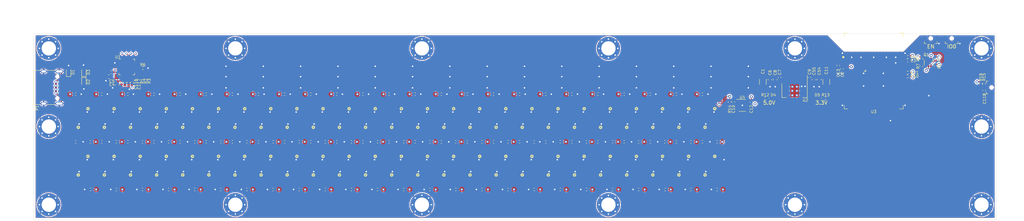
<source format=kicad_pcb>
(kicad_pcb (version 20240108) (generator "pcbnew") (generator_version "8.0")
  (layers (0 "F.Cu" signal) (1 "In1.Cu" signal) (2 "In2.Cu" signal) (31 "B.Cu" signal) (34 "B.Paste" user) (35 "F.Paste" user) (36 "B.SilkS" user "B.Silkscreen") (37 "F.SilkS" user "F.Silkscreen") (38 "B.Mask" user) (39 "F.Mask" user) (44 "Edge.Cuts" user))
  (net 0 "")
  (net 1 "+5V")
  (net 2 "GND")
  (net 3 "IO0")
  (net 4 "EN")
  (net 5 "+3V3")
  (net 6 "D-")
  (net 7 "D+")
  (net 8 "Net-(D4-Pad1)")
  (net 9 "Net-(D5-Pad1)")
  (net 10 "Net-(D10-Pad2)")
  (net 11 "Net-(D44-Pad4)")
  (net 12 "Net-(D11-Pad2)")
  (net 13 "Net-(D45-Pad4)")
  (net 14 "Net-(D12-Pad2)")
  (net 15 "Net-(D13-Pad2)")
  (net 16 "Net-(D42-Pad4)")
  (net 17 "Net-(D10-Pad4)")
  (net 18 "Net-(D11-Pad4)")
  (net 19 "Net-(D12-Pad4)")
  (net 20 "Net-(D13-Pad4)")
  (net 21 "Net-(D14-Pad4)")
  (net 22 "Net-(D15-Pad4)")
  (net 23 "Net-(D16-Pad4)")
  (net 24 "Net-(D17-Pad4)")
  (net 25 "Net-(D18-Pad4)")
  (net 26 "Net-(D19-Pad4)")
  (net 27 "Net-(D20-Pad4)")
  (net 28 "Net-(D21-Pad4)")
  (net 29 "Net-(D22-Pad4)")
  (net 30 "Net-(D23-Pad4)")
  (net 31 "Net-(D24-Pad4)")
  (net 32 "Net-(D25-Pad4)")
  (net 33 "Net-(D26-Pad4)")
  (net 34 "Net-(D27-Pad4)")
  (net 35 "Net-(D28-Pad4)")
  (net 36 "Net-(D29-Pad4)")
  (net 37 "Net-(D30-Pad4)")
  (net 38 "Net-(D31-Pad4)")
  (net 39 "Net-(D32-Pad4)")
  (net 40 "Net-(D33-Pad4)")
  (net 41 "Net-(D34-Pad4)")
  (net 42 "Net-(D35-Pad4)")
  (net 43 "Net-(D36-Pad4)")
  (net 44 "Net-(D37-Pad4)")
  (net 45 "Net-(D38-Pad4)")
  (net 46 "Net-(D39-Pad4)")
  (net 47 "Net-(D40-Pad4)")
  (net 48 "Net-(D41-Pad4)")
  (net 49 "Net-(P1-PadB5)")
  (net 50 "Net-(P1-PadA8)")
  (net 51 "Net-(P1-PadA5)")
  (net 52 "Net-(P1-PadB8)")
  (net 53 "RTS")
  (net 54 "Net-(Q1-Pad3)")
  (net 55 "Net-(Q1-Pad5)")
  (net 56 "Net-(Q1-Pad2)")
  (net 57 "DTR")
  (net 58 "Net-(Q1-Pad6)")
  (net 59 "Net-(R1-Pad2)")
  (net 60 "Net-(R3-Pad1)")
  (net 61 "Net-(R3-Pad2)")
  (net 62 "Net-(R6-Pad1)")
  (net 63 "Net-(R10-Pad2)")
  (net 64 "RX")
  (net 65 "TX")
  (net 66 "Net-(R11-Pad2)")
  (net 67 "Net-(R14-Pad2)")
  (net 68 "LED_D_5V")
  (net 69 "Net-(U1-Pad1)")
  (net 70 "Net-(U1-Pad10)")
  (net 71 "Net-(U1-Pad11)")
  (net 72 "Net-(U1-Pad12)")
  (net 73 "Net-(U1-Pad13)")
  (net 74 "Net-(U1-Pad14)")
  (net 75 "Net-(U1-Pad16)")
  (net 76 "Net-(U1-Pad17)")
  (net 77 "Net-(U1-Pad18)")
  (net 78 "Net-(U1-Pad22)")
  (net 79 "Net-(U1-Pad24)")
  (net 80 "Net-(U3-Pad15)")
  (net 81 "Net-(U3-Pad14)")
  (net 82 "Net-(U3-Pad12)")
  (net 83 "Net-(U3-Pad13)")
  (net 84 "Net-(U3-Pad8)")
  (net 85 "Net-(U3-Pad9)")
  (net 86 "Net-(U3-Pad10)")
  (net 87 "Net-(U3-Pad11)")
  (net 88 "Net-(U3-Pad5)")
  (net 89 "Net-(U3-Pad6)")
  (net 90 "Net-(U3-Pad7)")
  (net 91 "Net-(U3-Pad41)")
  (net 92 "Net-(U3-Pad44)")
  (net 93 "Net-(U3-Pad33)")
  (net 94 "Net-(U3-Pad38)")
  (net 95 "Net-(U3-Pad34)")
  (net 96 "Net-(U3-Pad36)")
  (net 97 "Net-(U3-Pad35)")
  (net 98 "Net-(U3-Pad37)")
  (net 99 "Net-(U3-Pad32)")
  (net 100 "Net-(U3-Pad31)")
  (net 101 "Net-(U3-Pad16)")
  (net 102 "Net-(U3-Pad17)")
  (net 103 "Net-(U3-Pad19)")
  (net 104 "Net-(U3-Pad18)")
  (net 105 "Net-(U3-Pad21)")
  (net 106 "Net-(U3-Pad20)")
  (net 107 "Net-(U3-Pad23)")
  (net 108 "LED_D_3.3V")
  (net 109 "Net-(U3-Pad29)")
  (net 110 "Net-(U3-Pad28)")
  (net 111 "Net-(U3-Pad24)")
  (net 112 "Net-(U3-Pad26)")
  (net 113 "Net-(U3-Pad27)")
  (net 114 "/LEDs 2/D_IN")
  (net 115 "Net-(D46-Pad4)")
  (net 116 "Net-(D46-Pad2)")
  (net 117 "Net-(D47-Pad4)")
  (net 118 "Net-(D47-Pad2)")
  (net 119 "Net-(D48-Pad4)")
  (net 120 "Net-(D49-Pad4)")
  (net 121 "Net-(D49-Pad2)")
  (net 122 "Net-(D50-Pad4)")
  (net 123 "Net-(D51-Pad4)")
  (net 124 "Net-(D52-Pad4)")
  (net 125 "Net-(D53-Pad4)")
  (net 126 "Net-(D54-Pad4)")
  (net 127 "Net-(D55-Pad4)")
  (net 128 "Net-(D56-Pad4)")
  (net 129 "Net-(D57-Pad4)")
  (net 130 "Net-(D58-Pad4)")
  (net 131 "Net-(D59-Pad4)")
  (net 132 "Net-(D60-Pad4)")
  (net 133 "Net-(D61-Pad4)")
  (net 134 "Net-(D62-Pad4)")
  (net 135 "Net-(D63-Pad4)")
  (net 136 "Net-(D64-Pad4)")
  (net 137 "Net-(D65-Pad4)")
  (net 138 "Net-(D66-Pad4)")
  (net 139 "Net-(D67-Pad4)")
  (net 140 "Net-(D68-Pad4)")
  (net 141 "Net-(D69-Pad4)")
  (net 142 "Net-(D70-Pad4)")
  (net 143 "Net-(D71-Pad4)")
  (net 144 "Net-(D72-Pad4)")
  (net 145 "Net-(D73-Pad4)")
  (net 146 "Net-(D74-Pad4)")
  (net 147 "Net-(D75-Pad4)")
  (net 148 "Net-(D76-Pad4)")
  (net 149 "Net-(D77-Pad4)")
  (net 150 "Net-(D78-Pad4)")
  (net 151 "Net-(D79-Pad4)")
  (net 152 "Net-(D80-Pad4)")
  (net 153 "Net-(D81-Pad4)")
  (net 154 "/sheet61B098C0/D_IN")
  (net 155 "Net-(D105-Pad4)")
  (net 156 "Net-(D86-Pad4)")
  (net 157 "Net-(D87-Pad4)")
  (net 158 "Net-(D88-Pad4)")
  (net 159 "Net-(D89-Pad4)")
  (net 160 "Net-(D90-Pad4)")
  (net 161 "Net-(D91-Pad4)")
  (net 162 "Net-(D92-Pad4)")
  (net 163 "Net-(D93-Pad4)")
  (net 164 "Net-(D94-Pad4)")
  (net 165 "Net-(D95-Pad4)")
  (net 166 "Net-(D96-Pad4)")
  (net 167 "Net-(D97-Pad4)")
  (net 168 "Net-(D100-Pad2)")
  (net 169 "Net-(D101-Pad2)")
  (net 170 "Net-(D100-Pad4)")
  (net 171 "Net-(D101-Pad4)")
  (net 172 "Net-(D102-Pad4)")
  (net 173 "Net-(D103-Pad4)")
  (net 174 "/sheet61B098C0/D_OUT")
  (net 175 "VDD")
  (net 176 "CTRL")
  (net 177 "Net-(R15-Pad1)")
  (footprint "-led:LED_SK6812_PLCC4_5.0x5.0mm_P3.2mm_CustomForLedArray" (layer "F.Cu") (at 133.2 93.5)
    (property "Reference" "D6" (hide yes))
    (property "Value" "SK6812")
  )
  (footprint "-led:LED_SK6812_PLCC4_5.0x5.0mm_P3.2mm_CustomForLedArray" (layer "F.Cu") (at 70.2 99.9 180)
    (property "Reference" "D7" (hide yes))
    (property "Value" "SK6812")
  )
  (footprint "-led:LED_SK6812_PLCC4_5.0x5.0mm_P3.2mm_CustomForLedArray" (layer "F.Cu") (at 203.2 93.5)
    (property "Reference" "D8" (hide yes))
    (property "Value" "SK6812")
  )
  (footprint "-led:LED_SK6812_PLCC4_5.0x5.0mm_P3.2mm_CustomForLedArray" (layer "F.Cu") (at 63.2 93.5)
    (property "Reference" "D9" (hide yes))
    (property "Value" "SK6812")
  )
  (footprint "-led:LED_SK6812_PLCC4_5.0x5.0mm_P3.2mm_CustomForLedArray" (layer "F.Cu") (at 126.2 93.5)
    (property "Reference" "D10" (hide yes))
    (property "Value" "SK6812")
  )
  (footprint "-led:LED_SK6812_PLCC4_5.0x5.0mm_P3.2mm_CustomForLedArray" (layer "F.Cu") (at 77.2 99.9 180)
    (property "Reference" "D11" (hide yes))
    (property "Value" "SK6812")
  )
  (footprint "-led:LED_SK6812_PLCC4_5.0x5.0mm_P3.2mm_CustomForLedArray" (layer "F.Cu") (at 196.2 93.5)
    (property "Reference" "D12" (hide yes))
    (property "Value" "SK6812")
  )
  (footprint "-led:LED_SK6812_PLCC4_5.0x5.0mm_P3.2mm_CustomForLedArray" (layer "F.Cu") (at 56.2 93.5)
    (property "Reference" "D13" (hide yes))
    (property "Value" "SK6812")
  )
  (footprint "-led:LED_SK6812_PLCC4_5.0x5.0mm_P3.2mm_CustomForLedArray" (layer "F.Cu") (at 119.2 93.5)
    (property "Reference" "D14" (hide yes))
    (property "Value" "SK6812")
  )
  (footprint "-led:LED_SK6812_PLCC4_5.0x5.0mm_P3.2mm_CustomForLedArray" (layer "F.Cu") (at 84.2 99.9 180)
    (property "Reference" "D15" (hide yes))
    (property "Value" "SK6812")
  )
  (footprint "-led:LED_SK6812_PLCC4_5.0x5.0mm_P3.2mm_CustomForLedArray" (layer "F.Cu") (at 189.2 93.5)
    (property "Reference" "D16" (hide yes))
    (property "Value" "SK6812")
  )
  (footprint "-led:LED_SK6812_PLCC4_5.0x5.0mm_P3.2mm_CustomForLedArray" (layer "F.Cu") (at 49.2 93.5)
    (property "Reference" "D17" (hide yes))
    (property "Value" "SK6812")
  )
  (footprint "-led:LED_SK6812_PLCC4_5.0x5.0mm_P3.2mm_CustomForLedArray" (layer "F.Cu") (at 112.2 93.5)
    (property "Reference" "D18" (hide yes))
    (property "Value" "SK6812")
  )
  (footprint "-led:LED_SK6812_PLCC4_5.0x5.0mm_P3.2mm_CustomForLedArray" (layer "F.Cu") (at 91.2 99.9 180)
    (property "Reference" "D19" (hide yes))
    (property "Value" "SK6812")
  )
  (footprint "-led:LED_SK6812_PLCC4_5.0x5.0mm_P3.2mm_CustomForLedArray" (layer "F.Cu") (at 182.2 93.5)
    (property "Reference" "D20" (hide yes))
    (property "Value" "SK6812")
  )
  (footprint "-led:LED_SK6812_PLCC4_5.0x5.0mm_P3.2mm_CustomForLedArray" (layer "F.Cu") (at 42.2 93.5)
    (property "Reference" "D21" (hide yes))
    (property "Value" "SK6812")
  )
  (footprint "-led:LED_SK6812_PLCC4_5.0x5.0mm_P3.2mm_CustomForLedArray" (layer "F.Cu") (at 105.2 93.5)
    (property "Reference" "D22" (hide yes))
    (property "Value" "SK6812")
  )
  (footprint "-led:LED_SK6812_PLCC4_5.0x5.0mm_P3.2mm_CustomForLedArray" (layer "F.Cu") (at 98.2 99.9 180)
    (property "Reference" "D23" (hide yes))
    (property "Value" "SK6812")
  )
  (footprint "-led:LED_SK6812_PLCC4_5.0x5.0mm_P3.2mm_CustomForLedArray" (layer "F.Cu") (at 175.2 93.5)
    (property "Reference" "D24" (hide yes))
    (property "Value" "SK6812")
  )
  (footprint "-led:LED_SK6812_PLCC4_5.0x5.0mm_P3.2mm_CustomForLedArray" (layer "F.Cu") (at 35.2 93.5)
    (property "Reference" "D25" (hide yes))
    (property "Value" "SK6812")
  )
  (footprint "-led:LED_SK6812_PLCC4_5.0x5.0mm_P3.2mm_CustomForLedArray" (layer "F.Cu") (at 98.2 93.5)
    (property "Reference" "D26" (hide yes))
    (property "Value" "SK6812")
  )
  (footprint "-led:LED_SK6812_PLCC4_5.0x5.0mm_P3.2mm_CustomForLedArray" (layer "F.Cu") (at 105.2 99.9 180)
    (property "Reference" "D27" (hide yes))
    (property "Value" "SK6812")
  )
  (footprint "-led:LED_SK6812_PLCC4_5.0x5.0mm_P3.2mm_CustomForLedArray" (layer "F.Cu") (at 168.2 93.5)
    (property "Reference" "D28" (hide yes))
    (property "Value" "SK6812")
  )
  (footprint "-led:LED_SK6812_PLCC4_5.0x5.0mm_P3.2mm_CustomForLedArray" (layer "F.Cu") (at 35.2 99.9 180)
    (property "Reference" "D29" (hide yes))
    (property "Value" "SK6812")
  )
  (footprint "-led:LED_SK6812_PLCC4_5.0x5.0mm_P3.2mm_CustomForLedArray" (layer "F.Cu") (at 91.2 93.5)
    (property "Reference" "D30" (hide yes))
    (property "Value" "SK6812")
  )
  (footprint "-led:LED_SK6812_PLCC4_5.0x5.0mm_P3.2mm_CustomForLedArray" (layer "F.Cu") (at 112.2 99.9 180)
    (property "Reference" "D31" (hide yes))
    (property "Value" "SK6812")
  )
  (footprint "-led:LED_SK6812_PLCC4_5.0x5.0mm_P3.2mm_CustomForLedArray" (layer "F.Cu") (at 161.2 93.5)
    (property "Reference" "D32" (hide yes))
    (property "Value" "SK6812")
  )
  (footprint "-led:LED_SK6812_PLCC4_5.0x5.0mm_P3.2mm_CustomForLedArray" (layer "F.Cu") (at 42.2 99.9 180)
    (property "Reference" "D33" (hide yes))
    (property "Value" "SK6812")
  )
  (footprint "-led:LED_SK6812_PLCC4_5.0x5.0mm_P3.2mm_CustomForLedArray" (layer "F.Cu") (at 84.2 93.5)
    (property "Reference" "D34" (hide yes))
    (property "Value" "SK6812")
  )
  (footprint "-led:LED_SK6812_PLCC4_5.0x5.0mm_P3.2mm_CustomForLedArray" (layer "F.Cu") (at 119.2 99.9 180)
    (property "Reference" "D35" (hide yes))
    (property "Value" "SK6812")
  )
  (footprint "-led:LED_SK6812_PLCC4_5.0x5.0mm_P3.2mm_CustomForLedArray" (layer "F.Cu") (at 154.2 93.5)
    (property "Reference" "D36" (hide yes))
    (property "Value" "SK6812")
  )
  (footprint "-led:LED_SK6812_PLCC4_5.0x5.0mm_P3.2mm_CustomForLedArray" (layer "F.Cu") (at 49.2 99.9 180)
    (property "Reference" "D37" (hide yes))
    (property "Value" "SK6812")
  )
  (footprint "-led:LED_SK6812_PLCC4_5.0x5.0mm_P3.2mm_CustomForLedArray" (layer "F.Cu") (at 77.2 93.5)
    (property "Reference" "D38" (hide yes))
    (property "Value" "SK6812")
  )
  (footprint "-led:LED_SK6812_PLCC4_5.0x5.0mm_P3.2mm_CustomForLedArray" (layer "F.Cu") (at 126.2 99.9 180)
    (property "Reference" "D39" (hide yes))
    (property "Value" "SK6812")
  )
  (footprint "-led:LED_SK6812_PLCC4_5.0x5.0mm_P3.2mm_CustomForLedArray" (layer "F.Cu") (at 147.2 93.5)
    (property "Reference" "D40" (hide yes))
    (property "Value" "SK6812")
  )
  (footprint "-led:LED_SK6812_PLCC4_5.0x5.0mm_P3.2mm_CustomForLedArray" (layer "F.Cu") (at 56.2 99.9 180)
    (property "Reference" "D41" (hide yes))
    (property "Value" "SK6812")
  )
  (footprint "-led:LED_SK6812_PLCC4_5.0x5.0mm_P3.2mm_CustomForLedArray" (layer "F.Cu") (at 70.2 93.5)
    (property "Reference" "D42" (hide yes))
    (property "Value" "SK6812")
  )
  (footprint "-led:LED_SK6812_PLCC4_5.0x5.0mm_P3.2mm_CustomForLedArray" (layer "F.Cu") (at 133.2 99.9 180)
    (property "Reference" "D43" (hide yes))
    (property "Value" "SK6812")
  )
  (footprint "-led:LED_SK6812_PLCC4_5.0x5.0mm_P3.2mm_CustomForLedArray" (layer "F.Cu") (at 140.2 93.5)
    (property "Reference" "D44" (hide yes))
    (property "Value" "SK6812")
  )
  (footprint "-led:LED_SK6812_PLCC4_5.0x5.0mm_P3.2mm_CustomForLedArray" (layer "F.Cu") (at 63.2 99.9 180)
    (property "Reference" "D45" (hide yes))
    (property "Value" "SK6812")
  )
  (footprint "Capacitor_SMD:C_0402_1005Metric" (layer "F.Cu") (at 256.2 81.3)
    (property "Reference" "C3")
    (property "Value" "1u")
  )
  (footprint "Capacitor_SMD:C_0603_1608Metric" (layer "F.Cu") (at 42.1 85.6 180)
    (property "Reference" "C4")
    (property "Value" "4.7u")
  )
  (footprint "Capacitor_SMD:C_0402_1005Metric" (layer "F.Cu") (at 237.6 82.6 -90)
    (property "Reference" "C13")
    (property "Value" "0.1u")
  )
  (footprint "Diode_SMD:D_SOD-523" (layer "F.Cu") (at 31.3 84.4 90)
    (property "Reference" "D1")
    (property "Value" "D_TVS")
  )
  (footprint "Diode_SMD:D_SOD-523" (layer "F.Cu") (at 35.4 87 -90)
    (property "Reference" "D2")
    (property "Value" "D_TVS")
  )
  (footprint "Diode_SMD:D_SOD-523" (layer "F.Cu") (at 35.4 84.4 90)
    (property "Reference" "D3")
    (property "Value" "D_TVS")
  )
  (footprint "LED_SMD:LED_0402_1005Metric" (layer "F.Cu") (at 220.185 91.4)
    (property "Reference" "D4")
    (property "Value" "5.0")
  )
  (footprint "LED_SMD:LED_0402_1005Metric" (layer "F.Cu") (at 232.015 91.4 180)
    (property "Reference" "D5")
    (property "Value" "3.3")
  )
  (footprint "Resistor_SMD:R_0402_1005Metric" (layer "F.Cu") (at 48.3 87.2 90)
    (property "Reference" "R3")
    (property "Value" "1k")
  )
  (footprint "Resistor_SMD:R_0402_1005Metric" (layer "F.Cu") (at 263.7 82.8 90)
    (property "Reference" "R5")
    (property "Value" "10k")
  )
  (footprint "Resistor_SMD:R_0402_1005Metric" (layer "F.Cu") (at 51.2 83.3)
    (property "Reference" "R6")
    (property "Value" "10k")
  )
  (footprint "Resistor_SMD:R_0402_1005Metric" (layer "F.Cu") (at 259.9 82.8 90)
    (property "Reference" "R7")
    (property "Value" "0")
  )
  (footprint "Resistor_SMD:R_0402_1005Metric" (layer "F.Cu") (at 259.9 80.8 -90)
    (property "Reference" "R8")
    (property "Value" "0")
  )
  (footprint "Resistor_SMD:R_0402_1005Metric" (layer "F.Cu") (at 256.2 80.3 180)
    (property "Reference" "R9")
    (property "Value" "10k")
  )
  (footprint "Resistor_SMD:R_0402_1005Metric" (layer "F.Cu") (at 256.2 85.5)
    (property "Reference" "R10")
    (property "Value" "0")
  )
  (footprint "Resistor_SMD:R_0402_1005Metric" (layer "F.Cu") (at 256.2 84.5)
    (property "Reference" "R11")
    (property "Value" "0")
  )
  (footprint "Resistor_SMD:R_0402_1005Metric" (layer "F.Cu") (at 234.2 91.4)
    (property "Reference" "R13")
    (property "Value" "47")
  )
  (footprint "Resistor_SMD:R_0402_1005Metric" (layer "F.Cu") (at 208.5 92.4 -90)
    (property "Reference" "R14")
    (property "Value" "470")
  )
  (footprint "Package_DFN_QFN:QFN-24-1EP_4x4mm_P0.5mm_EP2.6x2.6mm" (layer "F.Cu") (at 46.9 83)
    (property "Reference" "U1")
    (property "Value" "CP2102N-A01-GQFN24")
  )
  (footprint "Package_TO_SOT_SMD:SOT-23-6" (layer "F.Cu") (at 211.9 93.3)
    (property "Reference" "U4")
    (property "Value" "SN74LVC1T45DBV")
  )
  (footprint "-led:LED_SK6812_PLCC4_5.0x5.0mm_P3.2mm_CustomForLedArray" (layer "F.Cu") (at 203.2 106.3)
    (property "Reference" "D46" (hide yes))
    (property "Value" "SK6812")
  )
  (footprint "-led:LED_SK6812_PLCC4_5.0x5.0mm_P3.2mm_CustomForLedArray" (layer "F.Cu") (at 63.2 106.3)
    (property "Reference" "D47" (hide yes))
    (property "Value" "SK6812")
  )
  (footprint "-led:LED_SK6812_PLCC4_5.0x5.0mm_P3.2mm_CustomForLedArray" (layer "F.Cu") (at 140.2 99.9 180)
    (property "Reference" "D48" (hide yes))
    (property "Value" "SK6812")
  )
  (footprint "-led:LED_SK6812_PLCC4_5.0x5.0mm_P3.2mm_CustomForLedArray" (layer "F.Cu") (at 133.2 106.3)
    (property "Reference" "D49" (hide yes))
    (property "Value" "SK6812")
  )
  (footprint "-led:LED_SK6812_PLCC4_5.0x5.0mm_P3.2mm_CustomForLedArray" (layer "F.Cu") (at 196.2 106.3)
    (property "Reference" "D50" (hide yes))
    (property "Value" "SK6812")
  )
  (footprint "-led:LED_SK6812_PLCC4_5.0x5.0mm_P3.2mm_CustomForLedArray" (layer "F.Cu") (at 56.2 106.3)
    (property "Reference" "D51" (hide yes))
    (property "Value" "SK6812")
  )
  (footprint "-led:LED_SK6812_PLCC4_5.0x5.0mm_P3.2mm_CustomForLedArray" (layer "F.Cu") (at 147.2 99.9 180)
    (property "Reference" "D52" (hide yes))
    (property "Value" "SK6812")
  )
  (footprint "-led:LED_SK6812_PLCC4_5.0x5.0mm_P3.2mm_CustomForLedArray" (layer "F.Cu") (at 126.2 106.3)
    (property "Reference" "D53" (hide yes))
    (property "Value" "SK6812")
  )
  (footprint "-led:LED_SK6812_PLCC4_5.0x5.0mm_P3.2mm_CustomForLedArray" (layer "F.Cu") (at 189.2 106.3)
    (property "Reference" "D54" (hide yes))
    (property "Value" "SK6812")
  )
  (footprint "-led:LED_SK6812_PLCC4_5.0x5.0mm_P3.2mm_CustomForLedArray" (layer "F.Cu") (at 49.2 106.3)
    (property "Reference" "D55" (hide yes))
    (property "Value" "SK6812")
  )
  (footprint "-led:LED_SK6812_PLCC4_5.0x5.0mm_P3.2mm_CustomForLedArray" (layer "F.Cu") (at 154.2 99.9 180)
    (property "Reference" "D56" (hide yes))
    (property "Value" "SK6812")
  )
  (footprint "-led:LED_SK6812_PLCC4_5.0x5.0mm_P3.2mm_CustomForLedArray" (layer "F.Cu") (at 119.2 106.3)
    (property "Reference" "D57" (hide yes))
    (property "Value" "SK6812")
  )
  (footprint "-led:LED_SK6812_PLCC4_5.0x5.0mm_P3.2mm_CustomForLedArray" (layer "F.Cu") (at 182.2 106.3)
    (property "Reference" "D58" (hide yes))
    (property "Value" "SK6812")
  )
  (footprint "-led:LED_SK6812_PLCC4_5.0x5.0mm_P3.2mm_CustomForLedArray" (layer "F.Cu") (at 42.2 106.3)
    (property "Reference" "D59" (hide yes))
    (property "Value" "SK6812")
  )
  (footprint "-led:LED_SK6812_PLCC4_5.0x5.0mm_P3.2mm_CustomForLedArray" (layer "F.Cu") (at 161.2 99.9 180)
    (property "Reference" "D60" (hide yes))
    (property "Value" "SK6812")
  )
  (footprint "-led:LED_SK6812_PLCC4_5.0x5.0mm_P3.2mm_CustomForLedArray" (layer "F.Cu") (at 112.2 106.3)
    (property "Reference" "D61" (hide yes))
    (property "Value" "SK6812")
  )
  (footprint "-led:LED_SK6812_PLCC4_5.0x5.0mm_P3.2mm_CustomForLedArray" (layer "F.Cu") (at 175.2 106.3)
    (property "Reference" "D62" (hide yes))
    (property "Value" "SK6812")
  )
  (footprint "-led:LED_SK6812_PLCC4_5.0x5.0mm_P3.2mm_CustomForLedArray" (layer "F.Cu") (at 35.2 106.3)
    (property "Reference" "D63" (hide yes))
    (property "Value" "SK6812")
  )
  (footprint "-led:LED_SK6812_PLCC4_5.0x5.0mm_P3.2mm_CustomForLedArray" (layer "F.Cu") (at 168.2 99.9 180)
    (property "Reference" "D64" (hide yes))
    (property "Value" "SK6812")
  )
  (footprint "-led:LED_SK6812_PLCC4_5.0x5.0mm_P3.2mm_CustomForLedArray" (layer "F.Cu") (at 105.2 106.3)
    (property "Reference" "D65" (hide yes))
    (property "Value" "SK6812")
  )
  (footprint "-led:LED_SK6812_PLCC4_5.0x5.0mm_P3.2mm_CustomForLedArray" (layer "F.Cu") (at 168.2 106.3)
    (property "Reference" "D66" (hide yes))
    (property "Value" "SK6812")
  )
  (footprint "-led:LED_SK6812_PLCC4_5.0x5.0mm_P3.2mm_CustomForLedArray" (layer "F.Cu") (at 35.2 112.7 180)
    (property "Reference" "D67" (hide yes))
    (property "Value" "SK6812")
  )
  (footprint "-led:LED_SK6812_PLCC4_5.0x5.0mm_P3.2mm_CustomForLedArray" (layer "F.Cu") (at 175.2 99.9 180)
    (property "Reference" "D68" (hide yes))
    (property "Value" "SK6812")
  )
  (footprint "-led:LED_SK6812_PLCC4_5.0x5.0mm_P3.2mm_CustomForLedArray" (layer "F.Cu") (at 98.2 106.3)
    (property "Reference" "D69" (hide yes))
    (property "Value" "SK6812")
  )
  (footprint "-led:LED_SK6812_PLCC4_5.0x5.0mm_P3.2mm_CustomForLedArray" (layer "F.Cu") (at 161.2 106.3)
    (property "Reference" "D70" (hide yes))
    (property "Value" "SK6812")
  )
  (footprint "-led:LED_SK6812_PLCC4_5.0x5.0mm_P3.2mm_CustomForLedArray" (layer "F.Cu") (at 42.2 112.7 180)
    (property "Reference" "D71" (hide yes))
    (property "Value" "SK6812")
  )
  (footprint "-led:LED_SK6812_PLCC4_5.0x5.0mm_P3.2mm_CustomForLedArray" (layer "F.Cu") (at 182.2 99.9 180)
    (property "Reference" "D72" (hide yes))
    (property "Value" "SK6812")
  )
  (footprint "-led:LED_SK6812_PLCC4_5.0x5.0mm_P3.2mm_CustomForLedArray" (layer "F.Cu") (at 91.2 106.3)
    (property "Reference" "D73" (hide yes))
    (property "Value" "SK6812")
  )
  (footprint "-led:LED_SK6812_PLCC4_5.0x5.0mm_P3.2mm_CustomForLedArray" (layer "F.Cu") (at 154.2 106.3)
    (property "Reference" "D74" (hide yes))
    (property "Value" "SK6812")
  )
  (footprint "-led:LED_SK6812_PLCC4_5.0x5.0mm_P3.2mm_CustomForLedArray" (layer "F.Cu") (at 49.2 112.7 180)
    (property "Reference" "D75" (hide yes))
    (property "Value" "SK6812")
  )
  (footprint "-led:LED_SK6812_PLCC4_5.0x5.0mm_P3.2mm_CustomForLedArray" (layer "F.Cu") (at 189.2 99.9 180)
    (property "Reference" "D76" (hide yes))
    (property "Value" "SK6812")
  )
  (footprint "-led:LED_SK6812_PLCC4_5.0x5.0mm_P3.2mm_CustomForLedArray" (layer "F.Cu") (at 84.2 106.3)
    (property "Reference" "D77" (hide yes))
    (property "Value" "SK6812")
  )
  (footprint "-led:LED_SK6812_PLCC4_5.0x5.0mm_P3.2mm_CustomForLedArray" (layer "F.Cu") (at 147.2 106.3)
    (property "Reference" "D78" (hide yes))
    (property "Value" "SK6812")
  )
  (footprint "-led:LED_SK6812_PLCC4_5.0x5.0mm_P3.2mm_CustomForLedArray" (layer "F.Cu") (at 56.2 112.7 180)
    (property "Reference" "D79" (hide yes))
    (property "Value" "SK6812")
  )
  (footprint "-led:LED_SK6812_PLCC4_5.0x5.0mm_P3.2mm_CustomForLedArray" (layer "F.Cu") (at 196.2 99.9 180)
    (property "Reference" "D80" (hide yes))
    (property "Value" "SK6812")
  )
  (footprint "-led:LED_SK6812_PLCC4_5.0x5.0mm_P3.2mm_CustomForLedArray" (layer "F.Cu") (at 77.2 106.3)
    (property "Reference" "D81" (hide yes))
    (property "Value" "SK6812")
  )
  (footprint "-led:LED_SK6812_PLCC4_5.0x5.0mm_P3.2mm_CustomForLedArray" (layer "F.Cu") (at 140.2 106.3)
    (property "Reference" "D82" (hide yes))
    (property "Value" "SK6812")
  )
  (footprint "-led:LED_SK6812_PLCC4_5.0x5.0mm_P3.2mm_CustomForLedArray" (layer "F.Cu") (at 63.2 112.7 180)
    (property "Reference" "D83" (hide yes))
    (property "Value" "SK6812")
  )
  (footprint "-led:LED_SK6812_PLCC4_5.0x5.0mm_P3.2mm_CustomForLedArray" (layer "F.Cu") (at 203.2 99.9 180)
    (property "Reference" "D84" (hide yes))
    (property "Value" "SK6812")
  )
  (footprint "-led:LED_SK6812_PLCC4_5.0x5.0mm_P3.2mm_CustomForLedArray" (layer "F.Cu") (at 70.2 106.3)
    (property "Reference" "D85" (hide yes))
    (property "Value" "SK6812")
  )
  (footprint "-capacitor:C_0402_NoSilk" (layer "F.Cu") (at 128.12 115.9 180)
    (property "Reference" "C23" (hide yes))
    (property "Value" "0.1u")
  )
  (footprint "-capacitor:C_0402_NoSilk" (layer "F.Cu") (at 191.2 115.9 180)
    (property "Reference" "C31" (hide yes))
    (property "Value" "0.1u")
  )
  (footprint "-capacitor:C_0402_NoSilk" (layer "F.Cu") (at 163.1 115.9 180)
    (property "Reference" "C33" (hide yes))
    (property "Value" "0.1u")
  )
  (footprint "-capacitor:C_0402_NoSilk" (layer "F.Cu") (at 142.1 115.9 180)
    (property "Reference" "C36" (hide yes))
    (property "Value" "0.1u")
  )
  (footprint "-capacitor:C_0402_NoSilk" (layer "F.Cu") (at 135.1 115.9 180)
    (property "Reference" "C37" (hide yes))
    (property "Value" "0.1u")
  )
  (footprint "Package_TO_SOT_SMD:SOT-363_SC-70-6" (layer "F.Cu") (at 261.8 81.8 -90)
    (property "Reference" "Q1")
    (property "Value" "BSS138DW")
  )
  (footprint "-capacitor:C_0402_NoSilk" (layer "F.Cu") (at 152.2 90.3)
    (property "Reference" "C15" (hide yes))
    (property "Value" "0.1u")
  )
  (footprint "-capacitor:C_0402_NoSilk" (layer "F.Cu") (at 191.1 103.1 180)
    (property "Reference" "C16" (hide yes))
    (property "Value" "0.1u")
  )
  (footprint "-capacitor:C_0402_NoSilk" (layer "F.Cu") (at 205.1 115.9 180)
    (property "Reference" "C17" (hide yes))
    (property "Value" "0.1u")
  )
  (footprint "-capacitor:C_0402_NoSilk" (layer "F.Cu") (at 79.1 115.9 180)
    (property "Reference" "C18" (hide yes))
    (property "Value" "0.1u")
  )
  (footprint "-capacitor:C_0402_NoSilk" (layer "F.Cu") (at 44.1 115.9 180)
    (property "Reference" "C19" (hide yes))
    (property "Value" "0.1u")
  )
  (footprint "-capacitor:C_0402_NoSilk" (layer "F.Cu") (at 159.2 90.3)
    (property "Reference" "C20" (hide yes))
    (property "Value" "0.1u")
  )
  (footprint "-capacitor:C_0402_NoSilk" (layer "F.Cu") (at 145.2 90.3)
    (property "Reference" "C21" (hide yes))
    (property "Value" "0.1u")
  )
  (footprint "-capacitor:C_0402_NoSilk" (layer "F.Cu") (at 114.1 115.9 180)
    (property "Reference" "C22" (hide yes))
    (property "Value" "0.1u")
  )
  (footprint "-capacitor:C_0402_NoSilk" (layer "F.Cu") (at 121.1 115.9 180)
    (property "Reference" "C24" (hide yes))
    (property "Value" "0.1u")
  )
  (footprint "-capacitor:C_0402_NoSilk" (layer "F.Cu") (at 198.08 115.9 180)
    (property "Reference" "C25" (hide yes))
    (property "Value" "0.1u")
  )
  (footprint "-capacitor:C_0402_NoSilk" (layer "F.Cu") (at 86.1 115.9 180)
    (property "Reference" "C27" (hide yes))
    (property "Value" "0.1u")
  )
  (footprint "-capacitor:C_0402_NoSilk" (layer "F.Cu") (at 166.2 90.3)
    (property "Reference" "C34" (hide yes))
    (property "Value" "0.1u")
  )
  (footprint "-capacitor:C_0402_NoSilk" (layer "F.Cu") (at 138.2 90.3)
    (property "Reference" "C35" (hide yes))
    (property "Value" "0.1u")
  )
  (footprint "-capacitor:C_0402_NoSilk" (layer "F.Cu") (at 194.2 103.1)
    (property "Reference" "C38" (hide yes))
    (property "Value" "0.1u")
  )
  (footprint "-capacitor:C_0402_NoSilk" (layer "F.Cu") (at 187.2 103.1)
    (property "Reference" "C39" (hide yes))
    (property "Value" "0.1u")
  )
  (footprint "-capacitor:C_0402_NoSilk" (layer "F.Cu") (at 173.2 103.1)
    (property "Reference" "C40" (hide yes))
    (property "Value" "0.1u")
  )
  (footprint "-capacitor:C_0402_NoSilk" (layer "F.Cu") (at 180.2 103.1)
    (property "Reference" "C41" (hide yes))
    (property "Value" "0.1u")
  )
  (footprint "-capacitor:C_0402_NoSilk" (layer "F.Cu") (at 194.22 90.3)
    (property "Reference" "C42" (hide yes))
    (property "Value" "0.1u")
  )
  (footprint "-capacitor:C_0402_NoSilk" (layer "F.Cu") (at 173.2 90.3)
    (property "Reference" "C43" (hide yes))
    (property "Value" "0.1u")
  )
  (footprint "-capacitor:C_0402_NoSilk" (layer "F.Cu") (at 100.1 115.9 180)
    (property "Reference" "C46" (hide yes))
    (property "Value" "0.1u")
  )
  (footprint "-capacitor:C_0402_NoSilk" (layer "F.Cu") (at 201.2 103.1)
    (property "Reference" "C47" (hide yes))
    (property "Value" "0.1u")
  )
  (footprint "-capacitor:C_0402_NoSilk" (layer "F.Cu") (at 184.1 103.1 180)
    (property "Reference" "C48" (hide yes))
    (property "Value" "0.1u")
  )
  (footprint "-capacitor:C_0402_NoSilk" (layer "F.Cu") (at 205.1 103.1 180)
    (property "Reference" "C49" (hide yes))
    (property "Value" "0.1u")
  )
  (footprint "-capacitor:C_0402_NoSilk" (layer "F.Cu") (at 180.2 90.3)
    (property "Reference" "C50" (hide yes))
    (property "Value" "0.1u")
  )
  (footprint "-capacitor:C_0402_NoSilk" (layer "F.Cu") (at 201.2 90.3)
    (property "Reference" "C51" (hide yes))
    (property "Value" "0.1u")
  )
  (footprint "-capacitor:C_0402_NoSilk" (layer "F.Cu") (at 177.1 103.1 180)
    (property "Reference" "C52" (hide yes))
    (property "Value" "0.1u")
  )
  (footprint "-capacitor:C_0402_NoSilk" (layer "F.Cu") (at 170.1 103.1 180)
    (property "Reference" "C53" (hide yes))
    (property "Value" "0.1u")
  )
  (footprint "-capacitor:C_0402_NoSilk" (layer "F.Cu") (at 89.2 90.3)
    (property "Reference" "C56" (hide yes))
    (property "Value" "0.1u")
  )
  (footprint "-capacitor:C_0402_NoSilk" (layer "F.Cu") (at 117.2 103.1)
    (property "Reference" "C57" (hide yes))
    (property "Value" "0.1u")
  )
  (footprint "-capacitor:C_0402_NoSilk" (layer "F.Cu") (at 103.2 103.1)
    (property "Reference" "C58" (hide yes))
    (property "Value" "0.1u")
  )
  (footprint "-capacitor:C_0402_NoSilk" (layer "F.Cu") (at 58.1 103.1 180)
    (property "Reference" "C59" (hide yes))
    (property "Value" "0.1u")
  )
  (footprint "-capacitor:C_0402_NoSilk" (layer "F.Cu") (at 68.2 103.1)
    (property "Reference" "C60" (hide yes))
    (property "Value" "0.1u")
  )
  (footprint "-capacitor:C_0402_NoSilk" (layer "F.Cu") (at 82.22 103.1)
    (property "Reference" "C61" (hide yes))
    (property "Value" "0.1u")
  )
  (footprint "-capacitor:C_0402_NoSilk" (layer "F.Cu") (at 72.1 103.1 180)
    (property "Reference" "C62" (hide yes))
    (property "Value" "0.1u")
  )
  (footprint "-capacitor:C_0402_NoSilk" (layer "F.Cu") (at 61.2 90.3)
    (property "Reference" "C63" (hide yes))
    (property "Value" "0.1u")
  )
  (footprint "-capacitor:C_0402_NoSilk" (layer "F.Cu") (at 107.1 103.1 180)
    (property "Reference" "C64" (hide yes))
    (property "Value" "0.1u")
  )
  (footprint "-capacitor:C_0402_NoSilk" (layer "F.Cu") (at 86.12 103.1 180)
    (property "Reference" "C65" (hide yes))
    (property "Value" "0.1u")
  )
  (footprint "-capacitor:C_0402_NoSilk" (layer "F.Cu") (at 121.1 103.1 180)
    (property "Reference" "C66" (hide yes))
    (property "Value" "0.1u")
  )
  (footprint "-capacitor:C_0402_NoSilk" (layer "F.Cu") (at 75.2 103.1)
    (property "Reference" "C67" (hide yes))
    (property "Value" "0.1u")
  )
  (footprint "-capacitor:C_0402_NoSilk" (layer "F.Cu") (at 124.2 103.1)
    (property "Reference" "C68" (hide yes))
    (property "Value" "0.1u")
  )
  (footprint "-capacitor:C_0402_NoSilk" (layer "F.Cu") (at 110.2 103.1)
    (property "Reference" "C69" (hide yes))
    (property "Value" "0.1u")
  )
  (footprint "-capacitor:C_0402_NoSilk" (layer "F.Cu") (at 89.2 103.1)
    (property "Reference" "C70" (hide yes))
    (property "Value" "0.1u")
  )
  (footprint "-capacitor:C_0402_NoSilk" (layer "F.Cu") (at 79.1 103.1 180)
    (property "Reference" "C71" (hide yes))
    (property "Value" "0.1u")
  )
  (footprint "-capacitor:C_0402_NoSilk" (layer "F.Cu") (at 128.12 103.1 180)
    (property "Reference" "C72" (hide yes))
    (property "Value" "0.1u")
  )
  (footprint "-capacitor:C_0402_NoSilk" (layer "F.Cu") (at 93.1 103.1 180)
    (property "Reference" "C73" (hide yes))
    (property "Value" "0.1u")
  )
  (footprint "-capacitor:C_0402_NoSilk" (layer "F.Cu") (at 75.2 90.3)
    (property "Reference" "C74" (hide yes))
    (property "Value" "0.1u")
  )
  (footprint "-capacitor:C_0402_NoSilk" (layer "F.Cu") (at 40.2 90.3)
    (property "Reference" "C75" (hide yes))
    (property "Value" "0.1u")
  )
  (footprint "-capacitor:C_0402_NoSilk" (layer "F.Cu") (at 33.2 90.3)
    (property "Reference" "C76" (hide yes))
    (property "Value" "0.1u")
  )
  (footprint "-capacitor:C_0402_NoSilk" (layer "F.Cu") (at 54.2 90.3)
    (property "Reference" "C77" (hide yes))
    (property "Value" "0.1u")
  )
  (footprint "-capacitor:C_0402_NoSilk" (layer "F.Cu") (at 68.2 90.3)
    (property "Reference" "C78" (hide yes))
    (property "Value" "0.1u")
  )
  (footprint "-capacitor:C_0402_NoSilk" (layer "F.Cu") (at 47.2 103.1)
    (property "Reference" "C79" (hide yes))
    (property "Value" "0.1u")
  )
  (footprint "-capacitor:C_0402_NoSilk" (layer "F.Cu") (at 110.2 90.3)
    (property "Reference" "C80" (hide yes))
    (property "Value" "0.1u")
  )
  (footprint "-capacitor:C_0402_NoSilk" (layer "F.Cu") (at 65.1 103.1 180)
    (property "Reference" "C81" (hide yes))
    (property "Value" "0.1u")
  )
  (footprint "-capacitor:C_0402_NoSilk" (layer "F.Cu") (at 131.2 90.3)
    (property "Reference" "C83" (hide yes))
    (property "Value" "0.1u")
  )
  (footprint "-capacitor:C_0402_NoSilk" (layer "F.Cu") (at 100.1 103.1 180)
    (property "Reference" "C84" (hide yes))
    (property "Value" "0.1u")
  )
  (footprint "-capacitor:C_0402_NoSilk" (layer "F.Cu") (at 114.1 103.1 180)
    (property "Reference" "C85" (hide yes))
    (property "Value" "0.1u")
  )
  (footprint "-capacitor:C_0402_NoSilk" (layer "F.Cu") (at 103.2 90.3)
    (property "Reference" "C86" (hide yes))
    (property "Value" "0.1u")
  )
  (footprint "-capacitor:C_0402_NoSilk" (layer "F.Cu") (at 54.2 103.1)
    (property "Reference" "C87" (hide yes))
    (property "Value" "0.1u")
  )
  (footprint "-capacitor:C_0402_NoSilk" (layer "F.Cu") (at 44.1 103.1 180)
    (property "Reference" "C88" (hide yes))
    (property "Value" "0.1u")
  )
  (footprint "-capacitor:C_0402_NoSilk" (layer "F.Cu") (at 117.2 90.3)
    (property "Reference" "C89" (hide yes))
    (property "Value" "0.1u")
  )
  (footprint "-capacitor:C_0402_NoSilk" (layer "F.Cu") (at 96.2 90.3)
    (property "Reference" "C90" (hide yes))
    (property "Value" "0.1u")
  )
  (footprint "-capacitor:C_0402_NoSilk" (layer "F.Cu") (at 96.2 103.1)
    (property "Reference" "C91" (hide yes))
    (property "Value" "0.1u")
  )
  (footprint "-capacitor:C_0402_NoSilk" (layer "F.Cu") (at 82.2 90.3)
    (property "Reference" "C92" (hide yes))
    (property "Value" "0.1u")
  )
  (footprint "-capacitor:C_0402_NoSilk" (layer "F.Cu") (at 51.1 103.1 180)
    (property "Reference" "C93" (hide yes))
    (property "Value" "0.1u")
  )
  (footprint "-capacitor:C_0402_NoSilk" (layer "F.Cu") (at 47.2 90.3)
    (property "Reference" "C94" (hide yes))
    (property "Value" "0.1u")
  )
  (footprint "-capacitor:C_0402_NoSilk" (layer "F.Cu") (at 124.2 90.3)
    (property "Reference" "C95" (hide yes))
    (property "Value" "0.1u")
  )
  (footprint "-capacitor:C_0402_NoSilk" (layer "F.Cu") (at 152.2 103.1)
    (property "Reference" "C96" (hide yes))
    (property "Value" "0.1u")
  )
  (footprint "-capacitor:C_0402_NoSilk" (layer "F.Cu") (at 138.18 103.1)
    (property "Reference" "C97" (hide yes))
    (property "Value" "0.1u")
  )
  (footprint "-capacitor:C_0402_NoSilk" (layer "F.Cu") (at 131.2 103.1)
    (property "Reference" "C98" (hide yes))
    (property "Value" "0.1u")
  )
  (footprint "-capacitor:C_0402_NoSilk" (layer "F.Cu") (at 166.2 103.1)
    (property "Reference" "C99" (hide yes))
    (property "Value" "0.1u")
  )
  (footprint "-capacitor:C_0402_NoSilk" (layer "F.Cu") (at 72.1 115.9 180)
    (property "Reference" "C100" (hide yes))
    (property "Value" "0.1u")
  )
  (footprint "-capacitor:C_0402_NoSilk" (layer "F.Cu") (at 142.1 103.1 180)
    (property "Reference" "C101" (hide yes))
    (property "Value" "0.1u")
  )
  (footprint "-capacitor:C_0402_NoSilk" (layer "F.Cu") (at 163.1 103.1 180)
    (property "Reference" "C102" (hide yes))
    (property "Value" "0.1u")
  )
  (footprint "-capacitor:C_0402_NoSilk" (layer "F.Cu") (at 58.1 115.9 180)
    (property "Reference" "C103" (hide yes))
    (property "Value" "0.1u")
  )
  (footprint "-capacitor:C_0402_NoSilk" (layer "F.Cu") (at 135.08 103.1 180)
    (property "Reference" "C104" (hide yes))
    (property "Value" "0.1u")
  )
  (footprint "-capacitor:C_0402_NoSilk" (layer "F.Cu") (at 51.1 115.9 180)
    (property "Reference" "C105" (hide yes))
    (property "Value" "0.1u")
  )
  (footprint "-capacitor:C_0402_NoSilk" (layer "F.Cu") (at 93.1 115.9 180)
    (property "Reference" "C106" (hide yes))
    (property "Value" "0.1u")
  )
  (footprint "-capacitor:C_0402_NoSilk" (layer "F.Cu") (at 33.2 103.1)
    (property "Reference" "C107" (hide yes))
    (property "Value" "0.1u")
  )
  (footprint "-capacitor:C_0402_NoSilk" (layer "F.Cu") (at 145.2 103.1)
    (property "Reference" "C108" (hide yes))
    (property "Value" "0.1u")
  )
  (footprint "-capacitor:C_0402_NoSilk" (layer "F.Cu") (at 37.18 115.9 180)
    (property "Reference" "C109" (hide yes))
    (property "Value" "0.1u")
  )
  (footprint "-capacitor:C_0402_NoSilk" (layer "F.Cu") (at 40.2 103.1)
    (property "Reference" "C110" (hide yes))
    (property "Value" "0.1u")
  )
  (footprint "-capacitor:C_0402_NoSilk" (layer "F.Cu") (at 149.1 103.1 180)
    (property "Reference" "C111" (hide yes))
    (property "Value" "0.1u")
  )
  (footprint "-capacitor:C_0402_NoSilk" (layer "F.Cu") (at 159.2 103.1)
    (property "Reference" "C112" (hide yes))
    (property "Value" "0.1u")
  )
  (footprint "-capacitor:C_0402_NoSilk" (layer "F.Cu") (at 65.1 115.9 180)
    (property "Reference" "C113" (hide yes))
    (property "Value" "0.1u")
  )
  (footprint "-capacitor:C_0402_NoSilk" (layer "F.Cu") (at 156.1 103.1 180)
    (property "Reference" "C114" (hide yes))
    (property "Value" "0.1u")
  )
  (footprint "-led:LED_SK6812_PLCC4_5.0x5.0mm_P3.2mm_CustomForLedArray" (layer "F.Cu") (at 140.2 112.7 180)
    (property "Reference" "D86" (hide yes))
    (property "Value" "SK6812")
  )
  (footprint "-led:LED_SK6812_PLCC4_5.0x5.0mm_P3.2mm_CustomForLedArray" (layer "F.Cu") (at 70.2 112.7 180)
    (property "Reference" "D87" (hide yes))
    (property "Value" "SK6812")
  )
  (footprint "-led:LED_SK6812_PLCC4_5.0x5.0mm_P3.2mm_CustomForLedArray" (layer "F.Cu") (at 147.2 112.7 180)
    (property "Reference" "D88" (hide yes))
    (property "Value" "SK6812")
  )
  (footprint "-led:LED_SK6812_PLCC4_5.0x5.0mm_P3.2mm_CustomForLedArray" (layer "F.Cu") (at 77.2 112.7 180)
    (property "Reference" "D89" (hide yes))
    (property "Value" "SK6812")
  )
  (footprint "-led:LED_SK6812_PLCC4_5.0x5.0mm_P3.2mm_CustomForLedArray" (layer "F.Cu") (at 154.2 112.7 180)
    (property "Reference" "D90" (hide yes))
    (property "Value" "SK6812")
  )
  (footprint "-led:LED_SK6812_PLCC4_5.0x5.0mm_P3.2mm_CustomForLedArray" (layer "F.Cu") (at 84.2 112.7 180)
    (property "Reference" "D91" (hide yes))
    (property "Value" "SK6812")
  )
  (footprint "-led:LED_SK6812_PLCC4_5.0x5.0mm_P3.2mm_CustomForLedArray" (layer "F.Cu") (at 161.2 112.7 180)
    (property "Reference" "D92" (hide yes))
    (property "Value" "SK6812")
  )
  (footprint "-led:LED_SK6812_PLCC4_5.0x5.0mm_P3.2mm_CustomForLedArray" (layer "F.Cu") (at 91.2 112.7 180)
    (property "Reference" "D93" (hide yes))
    (property "Value" "SK6812")
  )
  (footprint "-led:LED_SK6812_PLCC4_5.0x5.0mm_P3.2mm_CustomForLedArray" (layer "F.Cu") (at 168.2 112.7 180)
    (property "Reference" "D94" (hide yes))
    (property "Value" "SK6812")
  )
  (footprint "-led:LED_SK6812_PLCC4_5.0x5.0mm_P3.2mm_CustomForLedArray" (layer "F.Cu") (at 98.2 112.7 180)
    (property "Reference" "D95" (hide yes))
    (property "Value" "SK6812")
  )
  (footprint "-led:LED_SK6812_PLCC4_5.0x5.0mm_P3.2mm_CustomForLedArray" (layer "F.Cu") (at 175.2 112.7 180)
    (property "Reference" "D96" (hide yes))
    (property "Value" "SK6812")
  )
  (footprint "-led:LED_SK6812_PLCC4_5.0x5.0mm_P3.2mm_CustomForLedArray" (layer "F.Cu") (at 105.2 112.7 180)
    (property "Reference" "D97" (hide yes))
    (property "Value" "SK6812")
  )
  (footprint "-led:LED_SK6812_PLCC4_5.0x5.0mm_P3.2mm_CustomForLedArray" (layer "F.Cu") (at 182.2 112.7 180)
    (property "Reference" "D98" (hide yes))
    (property "Value" "SK6812")
  )
  (footprint "-led:LED_SK6812_PLCC4_5.0x5.0mm_P3.2mm_CustomForLedArray" (layer "F.Cu") (at 112.2 112.7 180)
    (property "Reference" "D99" (hide yes))
    (property "Value" "SK6812")
  )
  (footprint "-led:LED_SK6812_PLCC4_5.0x5.0mm_P3.2mm_CustomForLedArray" (layer "F.Cu") (at 189.2 112.7 180)
    (property "Reference" "D100" (hide yes))
    (property "Value" "SK6812")
  )
  (footprint "-led:LED_SK6812_PLCC4_5.0x5.0mm_P3.2mm_CustomForLedArray" (layer "F.Cu") (at 119.2 112.7 180)
    (property "Reference" "D101" (hide yes))
    (property "Value" "SK6812")
  )
  (footprint "-led:LED_SK6812_PLCC4_5.0x5.0mm_P3.2mm_CustomForLedArray" (layer "F.Cu") (at 196.2 112.7 180)
    (property "Reference" "D102" (hide yes))
    (property "Value" "SK6812")
  )
  (footprint "-led:LED_SK6812_PLCC4_5.0x5.0mm_P3.2mm_CustomForLedArray" (layer "F.Cu") (at 126.2 112.7 180)
    (property "Reference" "D103" (hide yes))
    (property "Value" "SK6812")
  )
  (footprint "-led:LED_SK6812_PLCC4_5.0x5.0mm_P3.2mm_CustomForLedArray" (layer "F.Cu") (at 203.2 112.7 180)
    (property "Reference" "D104" (hide yes))
    (property "Value" "SK6812")
  )
  (footprint "-led:LED_SK6812_PLCC4_5.0x5.0mm_P3.2mm_CustomForLedArray" (layer "F.Cu") (at 133.2 112.7 180)
    (property "Reference" "D105" (hide yes))
    (property "Value" "SK6812")
  )
  (footprint "-capacitor:C_0402_NoSilk" (layer "F.Cu") (at 177.1 115.9 180)
    (property "Reference" "C14" (hide yes))
    (property "Value" "0.1u")
  )
  (footprint "-capacitor:C_0402_NoSilk" (layer "F.Cu") (at 170.12 115.9 180)
    (property "Reference" "C32" (hide yes))
    (property "Value" "0.1u")
  )
  (footprint "-capacitor:C_0402_NoSilk" (layer "F.Cu") (at 184.1 115.9 180)
    (property "Reference" "C44" (hide yes))
    (property "Value" "0.1u")
  )
  (footprint "-connector:USB_C_Receptacle_XKB_U262-16XN-4BVC11" (layer "F.Cu") (at 25.7 88.5 -90)
    (property "Reference" "P1")
    (property "Value" "USB_C_Plug")
  )
  (footprint "-capacitor:C_0402_NoSilk" (layer "F.Cu") (at 61.2 103.1)
    (property "Reference" "C82" (hide yes))
    (property "Value" "0.1u")
  )
  (footprint "-capacitor:C_0402_NoSilk" (layer "F.Cu") (at 37.1 103.1 180)
    (property "Reference" "C115" (hide yes))
    (property "Value" "0.1u")
  )
  (footprint "-capacitor:C_0402_NoSilk" (layer "F.Cu") (at 156.1 115.9 180)
    (property "Reference" "C26" (hide yes))
    (property "Value" "0.1u")
  )
  (footprint "-capacitor:C_0402_NoSilk" (layer "F.Cu") (at 198.1 103.1 180)
    (property "Reference" "C29" (hide yes))
    (property "Value" "0.1u")
  )
  (footprint "-capacitor:C_0402_NoSilk" (layer "F.Cu") (at 149.1 115.9 180)
    (property "Reference" "C30" (hide yes))
    (property "Value" "0.1u")
  )
  (footprint "-capacitor:C_0402_NoSilk" (layer "F.Cu") (at 107.12 115.9 180)
    (property "Reference" "C45" (hide yes))
    (property "Value" "0.1u")
  )
  (footprint "-capacitor:C_0402_NoSilk" (layer "F.Cu") (at 187.2 90.3)
    (property "Reference" "C28" (hide yes))
    (property "Value" "0.1u")
  )
  (footprint "Capacitor_SMD:C_0402_1005Metric" (layer "F.Cu") (at 42.7 84.4 180)
    (property "Reference" "C5")
    (property "Value" "0.1u")
  )
  (footprint "Capacitor_SMD:C_0402_1005Metric" (layer "F.Cu") (at 209.5 92.4 -90)
    (property "Reference" "C10")
    (property "Value" "0.1u")
  )
  (footprint "Capacitor_SMD:C_0402_1005Metric" (layer "F.Cu") (at 214.3 92.4 -90)
    (property "Reference" "C12")
    (property "Value" "0.1u")
  )
  (footprint "Resistor_SMD:R_0402_1005Metric" (layer "F.Cu") (at 47.4 87.2 -90)
    (property "Reference" "R2")
    (property "Value" "47.5k")
  )
  (footprint "Resistor_SMD:R_0402_1005Metric" (layer "F.Cu") (at 263.7 80.8 90)
    (property "Reference" "R4")
    (property "Value" "10k")
  )
  (footprint "-microcontroller:ESP32-S2-MINI-1" (layer "F.Cu") (at 247.1 86.3)
    (property "Reference" "U3")
    (property "Value" "ESP32-S2-MINI-1")
  )
  (footprint "Resistor_SMD:R_0402_1005Metric" (layer "F.Cu") (at 218 91.4 180)
    (property "Reference" "R12")
    (property "Value" "470")
  )
  (footprint "Capacitor_SMD:C_0603_1608Metric" (layer "F.Cu") (at 44.3 87.8 -90)
    (property "Reference" "C116")
    (property "Value" "4.7u")
  )
  (footprint "Capacitor_SMD:C_0402_1005Metric" (layer "F.Cu") (at 45.5 87.2 -90)
    (property "Reference" "C117")
    (property "Value" "0.1u")
  )
  (footprint "Resistor_SMD:R_0402_1005Metric" (layer "F.Cu") (at 46.4 87.2 90)
    (property "Reference" "R1")
    (property "Value" "22.1k")
  )
  (footprint "Capacitor_SMD:C_0402_1005Metric" (layer "F.Cu") (at 276.7 89.3 -90)
    (property "Reference" "C118")
    (property "Value" "1u")
  )
  (footprint "Resistor_SMD:R_0402_1005Metric" (layer "F.Cu") (at 276.7 87.5 -90)
    (property "Reference" "R15")
    (property "Value" "10k")
  )
  (footprint "Capacitor_SMD:C_0603_1608Metric" (layer "F.Cu") (at 220.7 86.4 -90)
    (property "Reference" "C8")
    (property "Value" "10u")
  )
  (footprint "Resistor_SMD:R_0402_1005Metric" (layer "F.Cu") (at 275.8 87.5 -90)
    (property "Reference" "R16")
    (property "Value" "10k")
  )
  (footprint "-switch-button:K2-1823SA-A4DW-06" (layer "F.Cu") (at 278.7 88.5 180)
    (property "Reference" "SW1" (hide yes))
    (property "Value" "K2-1823SA-A4DW-06")
  )
  (footprint "Capacitor_SMD:C_1206_3216Metric" (layer "F.Cu") (at 217.4 87 -90)
    (property "Reference" "C1")
    (property "Value" "100u")
  )
  (footprint "-switch-button:K2-1823SA-A4DW-06" (layer "F.Cu") (at 268 75.3 -90)
    (property "Reference" "SW2" (hide yes))
    (property "Value" "K2-1823SA-A4DW-06")
  )
  (footprint "-switch-button:K2-1823SA-A4DW-06" (layer "F.Cu") (at 262.4 75.3 -90)
    (property "Reference" "SW3" (hide yes))
    (property "Value" "K2-1823SA-A4DW-06")
  )
  (footprint "Capacitor_SMD:C_0603_1608Metric" (layer "F.Cu") (at 232.5 86.4 -90)
    (property "Reference" "C54")
    (property "Value" "10u")
  )
  (footprint "Capacitor_SMD:C_0603_1608Metric" (layer "F.Cu") (at 219.3 86.4 -90)
    (property "Reference" "C6")
    (property "Value" "10u")
  )
  (footprint "Capacitor_SMD:C_0402_1005Metric" (layer "F.Cu") (at 238.6 83.5 -90)
    (property "Reference" "C2")
    (property "Value" "nc")
  )
  (footprint "Capacitor_SMD:C_0603_1608Metric" (layer "F.Cu") (at 231.1 86.4 -90)
    (property "Reference" "C55")
    (property "Value" "10u")
  )
  (footprint "Capacitor_SMD:C_1206_3216Metric" (layer "F.Cu") (at 234.4 87 -90)
    (property "Reference" "C11")
    (property "Value" "100u")
  )
  (footprint "Capacitor_SMD:C_0402_1005Metric" (layer "F.Cu") (at 221.9 85.8 -90)
    (property "Reference" "C7")
    (property "Value" "0.1u")
  )
  (footprint "Capacitor_SMD:C_0402_1005Metric" (layer "F.Cu") (at 229.9 85.8 -90)
    (property "Reference" "C9")
    (property "Value" "0.1u")
  )
  (footprint "Package_TO_SOT_SMD:SOT-223-3_TabPin2" (layer "F.Cu") (at 225.9 89.3 -90)
    (property "Reference" "U2")
    (property "Value" "AMS1117-3.3")
  )
  (footprint "-mechanical:SMTSO-M2-2ET_Reinforced" (layer "F.Cu") (at 176 120)
    (property "Reference" "H1" (hide yes))
    (property "Value" "MountingHole_Pad")
  )
  (footprint "-mechanical:SMTSO-M2-2ET_Reinforced" (layer "F.Cu") (at 126 120)
    (property "Reference" "H2" (hide yes))
    (property "Value" "MountingHole_Pad")
  )
  (footprint "-mechanical:SMTSO-M2-2ET_Reinforced" (layer "F.Cu") (at 26 78)
    (property "Reference" "H3" (hide yes))
    (property "Value" "MountingHole_Pad")
  )
  (footprint "-mechanical:SMTSO-M2-2ET_Reinforced" (layer "F.Cu") (at 176 78)
    (property "Reference" "H4" (hide yes))
    (property "Value" "MountingHole_Pad")
  )
  (footprint "-mechanical:SMTSO-M2-2ET_Reinforced" (layer "F.Cu") (at 226 78)
    (property "Reference" "H5" (hide yes))
    (property "Value" "MountingHole_Pad")
  )
  (footprint "-mechanical:SMTSO-M2-2ET_Reinforced" (layer "F.Cu") (at 226 120)
    (property "Reference" "H6" (hide yes))
    (property "Value" "MountingHole_Pad")
  )
  (footprint "-mechanical:SMTSO-M2-2ET_Reinforced" (layer "F.Cu") (at 276 99)
    (property "Reference" "H7" (hide yes))
    (property "Value" "MountingHole_Pad")
  )
  (footprint "-mechanical:SMTSO-M2-2ET_Reinforced" (layer "F.Cu") (at 76 78)
    (property "Reference" "H8" (hide yes))
    (property "Value" "MountingHole_Pad")
  )
  (footprint "-mechanical:SMTSO-M2-2ET_Reinforced" (layer "F.Cu") (at 276 120)
    (property "Reference" "H9" (hide yes))
    (property "Value" "MountingHole_Pad")
  )
  (footprint "-mechanical:SMTSO-M2-2ET_Reinforced" (layer "F.Cu") (at 76 120)
    (property "Reference" "H10" (hide yes))
    (property "Value" "MountingHole_Pad")
  )
  (footprint "-mechanical:SMTSO-M2-2ET_Reinforced" (layer "F.Cu") (at 276 78)
    (property "Reference" "H11" (hide yes))
    (property "Value" "MountingHole_Pad")
  )
  (footprint "-mechanical:SMTSO-M2-2ET_Reinforced" (layer "F.Cu") (at 26 120)
    (property "Reference" "H12" (hide yes))
    (property "Value" "MountingHole_Pad")
  )
  (footprint "-mechanical:SMTSO-M2-2ET_Reinforced" (layer "F.Cu") (at 26 99)
    (property "Reference" "H13" (hide yes))
    (property "Value" "MountingHole_Pad")
  )
  (footprint "-mechanical:SMTSO-M2-2ET_Reinforced" (layer "F.Cu") (at 126 78)
    (property "Reference" "H14" (hide yes))
    (property "Value" "MountingHole_Pad")
  )
  (gr_line (start 22 74) (end 22 124) (stroke (width 0.05)) (layer "Edge.Cuts"))
  (gr_line (start 22 124) (end 280 124) (stroke (width 0.05)) (layer "Edge.Cuts"))
  (gr_line (start 280 74) (end 22 74) (stroke (width 0.05)) (layer "Edge.Cuts"))
  (gr_line (start 280 124) (end 280 74) (stroke (width 0.05)) (layer "Edge.Cuts"))
  (gr_text "IO0" (at 268 77.5 0) (layer "F.SilkS") (effects (font (size 1 1))))
  (gr_text "EN" (at 262.4 77.5 0) (layer "F.SilkS") (effects (font (size 1 1))))
  (gr_text "3.3V" (at 233.1 92.6 0) (layer "F.SilkS") (effects (font (size 1 1))))
  (gr_text "5.0V" (at 219.1 92.6 0) (layer "F.SilkS") (effects (font (size 1 1))))
  (segment (start 45.5 86.72) (end 45.5 85.0875) (width 0.25) (layer "F.Cu") (net 1))
  (segment (start 44.625 86.7) (end 45.48 86.7) (width 0.25) (layer "F.Cu") (net 1))
  (segment (start 210.65 92.35) (end 210.2 91.9) (width 0.25) (layer "F.Cu") (net 1))
  (segment (start 219.2 85.525) (end 219.3 85.625) (width 0.5) (layer "F.Cu") (net 1))
  (segment (start 30.45 85.95) (end 29.37 85.95) (width 0.25) (layer "F.Cu") (net 1))
  (segment (start 29.37 90.75) (end 29.85 90.75) (width 0.25) (layer "F.Cu") (net 1))
  (segment (start 29.37 86.25) (end 28.65 86.25) (width 0.25) (layer "F.Cu") (net 1))
  (segment (start 27.9 87) (end 27.9 88) (width 0.5) (layer "F.Cu") (net 1))
  (segment (start 46.72 90.3) (end 46.7 90.28) (width 0.25) (layer "F.Cu") (net 1))
  (segment (start 208.6 87.3) (end 207.2 88.7) (width 1) (layer "F.Cu") (net 1))
  (segment (start 215.975 85.525) (end 214.2 87.3) (width 1) (layer "F.Cu") (net 1))
  (segment (start 209.52 91.9) (end 209.5 91.92) (width 0.25) (layer "F.Cu") (net 1))
  (segment (start 46.7 89.1) (end 46.4 88.8) (width 0.25) (layer "F.Cu") (net 1))
  (segment (start 44.3 87.025) (end 44.625 86.7) (width 0.25) (layer "F.Cu") (net 1))
  (segment (start 30.15 86.25) (end 30.45 85.95) (width 0.25) (layer "F.Cu") (net 1))
  (segment (start 210.8 92.35) (end 210.65 92.35) (width 0.25) (layer "F.Cu") (net 1))
  (segment (start 29.37 90.75) (end 28.65 90.75) (width 0.25) (layer "F.Cu") (net 1))
  (segment (start 217.4 85.525) (end 215.975 85.525) (width 1) (layer "F.Cu") (net 1))
  (segment (start 29.37 86.25) (end 30.15 86.25) (width 0.25) (layer "F.Cu") (net 1))
  (segment (start 27.9 89) (end 27.9 90) (width 0.5) (layer "F.Cu") (net 1))
  (segment (start 223.6 90) (end 223.6 86.15) (width 0.15) (layer "F.Cu") (net 1))
  (segment (start 30 90.9) (end 30.8 90.9) (width 0.25) (layer "F.Cu") (net 1))
  (segment (start 45.48 86.7) (end 45.5 86.72) (width 0.25) (layer "F.Cu") (net 1))
  (segment (start 209.5 90.8) (end 208.5 89.8) (width 0.25) (layer "F.Cu") (net 1))
  (segment (start 28.65 86.25) (end 27.9 87) (width 0.25) (layer "F.Cu") (net 1))
  (segment (start 223.6 86.15) (end 222.77 85.32) (width 0.5) (layer "F.Cu") (net 1))
  (segment (start 221.9 85.32) (end 221.005 85.32) (width 0.5) (layer "F.Cu") (net 1))
  (segment (start 30.45 85.95) (end 31.3 85.1) (width 0.25) (layer "F.Cu") (net 1))
  (segment (start 208.5 89.8) (end 207.5 89.8) (width 0.25) (layer "F.Cu") (net 1))
  (segment (start 45.5 86.81) (end 46.4 87.71) (width 0.25) (layer "F.Cu") (net 1))
  (segment (start 27.9 88) (end 27.9 89) (width 0.5) (layer "F.Cu") (net 1))
  (segment (start 222.2 91.4) (end 223.6 90) (width 0.15) (layer "F.Cu") (net 1))
  (segment (start 29.37 85.95) (end 28.95 85.95) (width 0.25) (layer "F.Cu") (net 1))
  (segment (start 214.2 87.3) (end 208.6 87.3) (width 1) (layer "F.Cu") (net 1))
  (segment (start 45.5 85.0875) (end 45.65 84.9375) (width 0.25) (layer "F.Cu") (net 1))
  (segment (start 222.77 85.32) (end 221.9 85.32) (width 0.5) (layer "F.Cu") (net 1))
  (segment (start 210.2 91.9) (end 209.52 91.9) (width 0.25) (layer "F.Cu") (net 1))
  (segment (start 29.85 90.75) (end 30 90.9) (width 0.25) (layer "F.Cu") (net 1))
  (segment (start 220.67 91.4) (end 222.2 91.4) (width 0.15) (layer "F.Cu") (net 1))
  (segment (start 220.7 91.43) (end 220.67 91.4) (width 0.25) (layer "F.Cu") (net 1))
  (segment (start 46.7 90.28) (end 46.7 89.1) (width 0.25) (layer "F.Cu") (net 1))
  (segment (start 207.2 88.7) (end 207.2 90) (width 1) (layer "F.Cu") (net 1))
  (segment (start 29.37 91.05) (end 28.95 91.05) (width 0.25) (layer "F.Cu") (net 1))
  (segment (start 29.37 90.75) (end 30.95 90.75) (width 0.25) (layer "F.Cu") (net 1))
  (segment (start 217.4 85.525) (end 219.2 85.525) (width 0.5) (layer "F.Cu") (net 1))
  (segment (start 28.65 90.75) (end 27.9 90) (width 0.25) (layer "F.Cu") (net 1))
  (segment (start 220.7 85.625) (end 219.3 85.625) (width 0.5) (layer "F.Cu") (net 1))
  (segment (start 45.5 86.72) (end 45.5 86.81) (width 0.25) (layer "F.Cu") (net 1))
  (segment (start 28.95 91.05) (end 27.9 90) (width 0.25) (layer "F.Cu") (net 1))
  (segment (start 29.37 91.05) (end 30.85 91.05) (width 0.25) (layer "F.Cu") (net 1))
  (segment (start 221.005 85.32) (end 220.7 85.625) (width 0.5) (layer "F.Cu") (net 1))
  (segment (start 46.4 88.8) (end 46.4 87.71) (width 0.25) (layer "F.Cu") (net 1))
  (segment (start 28.95 85.95) (end 27.9 87) (width 0.25) (layer "F.Cu") (net 1))
  (segment (start 209.5 91.92) (end 209.5 90.8) (width 0.25) (layer "F.Cu") (net 1))
  (via (at 38.7 90.3) (size 0.8) (drill 0.4) (layers "F.Cu" "B.Cu") (net 1))
  (via (at 52.7 90.3) (size 0.8) (drill 0.4) (layers "F.Cu" "B.Cu") (net 1))
  (via (at 45.7 90.3) (size 0.8) (drill 0.4) (layers "F.Cu" "B.Cu") (net 1))
  (via (at 73.7 90.3) (size 0.8) (drill 0.4) (layers "F.Cu" "B.Cu") (net 1))
  (via (at 80.7 90.3) (size 0.8) (drill 0.4) (layers "F.Cu" "B.Cu") (net 1))
  (via (at 66.7 90.3) (size 0.8) (drill 0.4) (layers "F.Cu" "B.Cu") (net 1))
  (via (at 59.7 90.3) (size 0.8) (drill 0.4) (layers "F.Cu" "B.Cu") (net 1))
  (via (at 87.7 90.3) (size 0.8) (drill 0.4) (layers "F.Cu" "B.Cu") (net 1))
  (via (at 101.7 90.3) (size 0.8) (drill 0.4) (layers "F.Cu" "B.Cu") (net 1))
  (via (at 108.7 90.3) (size 0.8) (drill 0.4) (layers "F.Cu" "B.Cu") (net 1))
  (via (at 94.7 90.3) (size 0.8) (drill 0.4) (layers "F.Cu" "B.Cu") (net 1))
  (via (at 122.7 90.3) (size 0.8) (drill 0.4) (layers "F.Cu" "B.Cu") (net 1))
  (via (at 129.7 90.3) (size 0.8) (drill 0.4) (layers "F.Cu" "B.Cu") (net 1))
  (via (at 136.7 90.3) (size 0.8) (drill 0.4) (layers "F.Cu" "B.Cu") (net 1))
  (via (at 115.7 90.3) (size 0.8) (drill 0.4) (layers "F.Cu" "B.Cu") (net 1))
  (via (at 157.7 90.3) (size 0.8) (drill 0.4) (layers "F.Cu" "B.Cu") (net 1))
  (via (at 143.7 90.3) (size 0.8) (drill 0.4) (layers "F.Cu" "B.Cu") (net 1))
  (via (at 150.7 90.3) (size 0.8) (drill 0.4) (layers "F.Cu" "B.Cu") (net 1))
  (via (at 164.7 90.3) (size 0.8) (drill 0.4) (layers "F.Cu" "B.Cu") (net 1))
  (via (at 171.7 90.3) (size 0.8) (drill 0.4) (layers "F.Cu" "B.Cu") (net 1))
  (via (at 185.7 90.3) (size 0.8) (drill 0.4) (layers "F.Cu" "B.Cu") (net 1))
  (via (at 178.7 90.3) (size 0.8) (drill 0.4) (layers "F.Cu" "B.Cu") (net 1))
  (via (at 192.7 90.3) (size 0.8) (drill 0.4) (layers "F.Cu" "B.Cu") (net 1))
  (via (at 199.7 90.3) (size 0.8) (drill 0.4) (layers "F.Cu" "B.Cu") (net 1))
  (via (at 66.7 115.9) (size 0.8) (drill 0.4) (layers "F.Cu" "B.Cu") (net 1))
  (via (at 52.7 115.9) (size 0.8) (drill 0.4) (layers "F.Cu" "B.Cu") (net 1))
  (via (at 59.7 115.9) (size 0.8) (drill 0.4) (layers "F.Cu" "B.Cu") (net 1))
  (via (at 45.7 115.9) (size 0.8) (drill 0.4) (layers "F.Cu" "B.Cu") (net 1))
  (via (at 80.7 115.9) (size 0.8) (drill 0.4) (layers "F.Cu" "B.Cu") (net 1))
  (via (at 87.7 115.9) (size 0.8) (drill 0.4) (layers "F.Cu" "B.Cu") (net 1))
  (via (at 73.7 115.9) (size 0.8) (drill 0.4) (layers "F.Cu" "B.Cu") (net 1))
  (via (at 38.7 115.9) (size 0.8) (drill 0.4) (layers "F.Cu" "B.Cu") (net 1))
  (via (at 136.7 115.9) (size 0.8) (drill 0.4) (layers "F.Cu" "B.Cu") (net 1))
  (via (at 101.7 115.9) (size 0.8) (drill 0.4) (layers "F.Cu" "B.Cu") (net 1))
  (via (at 178.7 115.9) (size 0.8) (drill 0.4) (layers "F.Cu" "B.Cu") (net 1))
  (via (at 122.7 115.9) (size 0.8) (drill 0.4) (layers "F.Cu" "B.Cu") (net 1))
  (via (at 192.7 115.9) (size 0.8) (drill 0.4) (layers "F.Cu" "B.Cu") (net 1))
  (via (at 199.7 115.9) (size 0.8) (drill 0.4) (layers "F.Cu" "B.Cu") (net 1))
  (via (at 108.7 115.9) (size 0.8) (drill 0.4) (layers "F.Cu" "B.Cu") (net 1))
  (via (at 129.7 115.9) (size 0.8) (drill 0.4) (layers "F.Cu" "B.Cu") (net 1))
  (via (at 206.7 115.9) (size 0.8) (drill 0.4) (layers "F.Cu" "B.Cu") (net 1))
  (via (at 150.7 115.9) (size 0.8) (drill 0.4) (layers "F.Cu" "B.Cu") (net 1))
  (via (at 164.7 115.9) (size 0.8) (drill 0.4) (layers "F.Cu" "B.Cu") (net 1))
  (via (at 185.7 115.9) (size 0.8) (drill 0.4) (layers "F.Cu" "B.Cu") (net 1))
  (via (at 143.7 115.9) (size 0.8) (drill 0.4) (layers "F.Cu" "B.Cu") (net 1))
  (via (at 157.7 115.9) (size 0.8) (drill 0.4) (layers "F.Cu" "B.Cu") (net 1))
  (via (at 115.7 115.9) (size 0.8) (drill 0.4) (layers "F.Cu" "B.Cu") (net 1))
  (via (at 171.7 115.9) (size 0.8) (drill 0.4) (layers "F.Cu" "B.Cu") (net 1))
  (via (at 94.7 115.9) (size 0.8) (drill 0.4) (layers "F.Cu" "B.Cu") (net 1))
  (via (at 66.6 103.1) (size 0.8) (drill 0.4) (layers "F.Cu" "B.Cu") (net 1))
  (via (at 101.6 103.1) (size 0.8) (drill 0.4) (layers "F.Cu" "B.Cu") (net 1))
  (via (at 122.6 103.1) (size 0.8) (drill 0.4) (layers "F.Cu" "B.Cu") (net 1))
  (via (at 199.6 103.1) (size 0.8) (drill 0.4) (layers "F.Cu" "B.Cu") (net 1))
  (via (at 52.6 103.1) (size 0.8) (drill 0.4) (layers "F.Cu" "B.Cu") (net 1))
  (via (at 108.6 103.1) (size 0.8) (drill 0.4) (layers "F.Cu" "B.Cu") (net 1))
  (via (at 150.6 103.1) (size 0.8) (drill 0.4) (layers "F.Cu" "B.Cu") (net 1))
  (via (at 192.6 103.1) (size 0.8) (drill 0.4) (layers "F.Cu" "B.Cu") (net 1))
  (via (at 164.6 103.1) (size 0.8) (drill 0.4) (layers "F.Cu" "B.Cu") (net 1))
  (via (at 59.6 103.1) (size 0.8) (drill 0.4) (layers "F.Cu" "B.Cu") (net 1))
  (via (at 136.6 103.1) (size 0.8) (drill 0.4) (layers "F.Cu" "B.Cu") (net 1))
  (via (at 45.6 103.1) (size 0.8) (drill 0.4) (layers "F.Cu" "B.Cu") (net 1))
  (via (at 171.6 103.1) (size 0.8) (drill 0.4) (layers "F.Cu" "B.Cu") (net 1))
  (via (at 94.6 103.1) (size 0.8) (drill 0.4) (layers "F.Cu" "B.Cu") (net 1))
  (via (at 178.6 103.1) (size 0.8) (drill 0.4) (layers "F.Cu" "B.Cu") (net 1))
  (via (at 80.6 103.1) (size 0.8) (drill 0.4) (layers "F.Cu" "B.Cu") (net 1))
  (via (at 87.6 103.1) (size 0.8) (drill 0.4) (layers "F.Cu" "B.Cu") (net 1))
  (via (at 38.6 103.1) (size 0.8) (drill 0.4) (layers "F.Cu" "B.Cu") (net 1))
  (via (at 143.6 103.1) (size 0.8) (drill 0.4) (layers "F.Cu" "B.Cu") (net 1))
  (via (at 129.6 103.1) (size 0.8) (drill 0.4) (layers "F.Cu" "B.Cu") (net 1))
  (via (at 73.6 103.1) (size 0.8) (drill 0.4) (layers "F.Cu" "B.Cu") (net 1))
  (via (at 115.6 103.1) (size 0.8) (drill 0.4) (layers "F.Cu" "B.Cu") (net 1))
  (via (at 185.6 103.1) (size 0.8) (drill 0.4) (layers "F.Cu" "B.Cu") (net 1))
  (via (at 27.9 87) (size 0.8) (drill 0.4) (layers "F.Cu" "B.Cu") (net 1))
  (via (at 27.9 88) (size 0.8) (drill 0.4) (layers "F.Cu" "B.Cu") (net 1))
  (via (at 27.9 89) (size 0.8) (drill 0.4) (layers "F.Cu" "B.Cu") (net 1))
  (via (at 27.9 90) (size 0.8) (drill 0.4) (layers "F.Cu" "B.Cu") (net 1))
  (via (at 206.5 103.1) (size 0.8) (drill 0.4) (layers "F.Cu" "B.Cu") (net 1))
  (via (at 31.7 90.3) (size 0.8) (drill 0.4) (layers "F.Cu" "B.Cu") (net 1))
  (segment (start 182.68 115.9) (end 183.7 115.9) (width 0.15) (layer "F.Cu") (net 2))
  (segment (start 126.68 115.9) (end 127.7 115.9) (width 0.15) (layer "F.Cu") (net 2))
  (segment (start 43.7 115.9) (end 42.68 115.9) (width 0.15) (layer "F.Cu") (net 2))
  (segment (start 147.68 115.9) (end 148.7 115.9) (width 0.15) (layer "F.Cu") (net 2))
  (segment (start 63.68 115.9) (end 64.7 115.9) (width 0.15) (layer "F.Cu") (net 2))
  (segment (start 84.68 115.9) (end 85.7 115.9) (width 0.15) (layer "F.Cu") (net 2))
  (segment (start 168.68 115.9) (end 169.7 115.9) (width 0.15) (layer "F.Cu") (net 2))
  (segment (start 105.68 115.9) (end 106.7 115.9) (width 0.15) (layer "F.Cu") (net 2))
  (segment (start 189.68 115.9) (end 190.7 115.9) (width 0.15) (layer "F.Cu") (net 2))
  (segment (start 49.68 115.9) (end 50.7 115.9) (width 0.15) (layer "F.Cu") (net 2))
  (segment (start 133.68 115.9) (end 134.7 115.9) (width 0.15) (layer "F.Cu") (net 2))
  (segment (start 154.68 115.9) (end 155.7 115.9) (width 0.15) (layer "F.Cu") (net 2))
  (segment (start 70.68 115.9) (end 71.7 115.9) (width 0.15) (layer "F.Cu") (net 2))
  (segment (start 91.68 115.9) (end 92.7 115.9) (width 0.15) (layer "F.Cu") (net 2))
  (segment (start 175.68 115.9) (end 176.7 115.9) (width 0.15) (layer "F.Cu") (net 2))
  (segment (start 36.7 115.9) (end 35.68 115.9) (width 0.15) (layer "F.Cu") (net 2))
  (segment (start 112.68 115.9) (end 113.7 115.9) (width 0.15) (layer "F.Cu") (net 2))
  (segment (start 196.7 115.9) (end 197.7 115.9) (width 0.15) (layer "F.Cu") (net 2))
  (segment (start 56.68 115.9) (end 57.7 115.9) (width 0.15) (layer "F.Cu") (net 2))
  (segment (start 140.68 115.9) (end 141.7 115.9) (width 0.15) (layer "F.Cu") (net 2))
  (segment (start 203.68 115.9) (end 204.7 115.9) (width 0.15) (layer "F.Cu") (net 2))
  (segment (start 77.68 115.9) (end 78.7 115.9) (width 0.15) (layer "F.Cu") (net 2))
  (segment (start 161.68 115.9) (end 162.7 115.9) (width 0.15) (layer "F.Cu") (net 2))
  (segment (start 98.68 115.9) (end 99.7 115.9) (width 0.15) (layer "F.Cu") (net 2))
  (segment (start 40.76 103.1) (end 43.7 103.1) (width 0.15) (layer "F.Cu") (net 2))
  (segment (start 47.66 103.1) (end 50.6 103.1) (width 0.15) (layer "F.Cu") (net 2))
  (segment (start 61.76 103.1) (end 64.7 103.1) (width 0.15) (layer "F.Cu") (net 2))
  (segment (start 54.68 103.1) (end 57.62 103.1) (width 0.15) (layer "F.Cu") (net 2))
  (segment (start 68.66 103.1) (end 71.6 103.1) (width 0.15) (layer "F.Cu") (net 2))
  (segment (start 82.76 103.1) (end 85.7 103.1) (width 0.15) (layer "F.Cu") (net 2))
  (segment (start 89.66 103.1) (end 92.6 103.1) (width 0.15) (layer "F.Cu") (net 2))
  (segment (start 75.68 103.1) (end 78.62 103.1) (width 0.15) (layer "F.Cu") (net 2))
  (segment (start 103.76 103.1) (end 106.7 103.1) (width 0.15) (layer "F.Cu") (net 2))
  (segment (start 110.66 103.1) (end 113.6 103.1) (width 0.15) (layer "F.Cu") (net 2))
  (segment (start 96.68 103.1) (end 99.62 103.1) (width 0.15) (layer "F.Cu") (net 2))
  (segment (start 124.76 103.1) (end 127.7 103.1) (width 0.15) (layer "F.Cu") (net 2))
  (segment (start 117.68 103.1) (end 120.62 103.1) (width 0.15) (layer "F.Cu") (net 2))
  (segment (start 131.66 103.1) (end 134.6 103.1) (width 0.15) (layer "F.Cu") (net 2))
  (segment (start 138.68 103.1) (end 141.62 103.1) (width 0.15) (layer "F.Cu") (net 2))
  (segment (start 145.76 103.1) (end 148.7 103.1) (width 0.15) (layer "F.Cu") (net 2))
  (segment (start 152.66 103.1) (end 155.6 103.1) (width 0.15) (layer "F.Cu") (net 2))
  (segment (start 173.66 103.1) (end 176.6 103.1) (width 0.15) (layer "F.Cu") (net 2))
  (segment (start 166.76 103.1) (end 169.7 103.1) (width 0.15) (layer "F.Cu") (net 2))
  (segment (start 159.68 103.1) (end 162.62 103.1) (width 0.15) (layer "F.Cu") (net 2))
  (segment (start 194.66 103.1) (end 197.6 103.1) (width 0.15) (layer "F.Cu") (net 2))
  (segment (start 187.76 103.1) (end 190.7 103.1) (width 0.15) (layer "F.Cu") (net 2))
  (segment (start 180.68 103.1) (end 183.62 103.1) (width 0.15) (layer "F.Cu") (net 2))
  (segment (start 201.66 103.1) (end 204.6 103.1) (width 0.15) (layer "F.Cu") (net 2))
  (segment (start 202.1 111.1) (end 200.75 111.1) (width 0.25) (layer "F.Cu") (net 2))
  (segment (start 195.1 111.1) (end 193.75 111.1) (width 0.25) (layer "F.Cu") (net 2))
  (segment (start 188.1 111.1) (end 186.75 111.1) (width 0.25) (layer "F.Cu") (net 2))
  (segment (start 181.1 111.1) (end 179.75 111.1) (width 0.25) (layer "F.Cu") (net 2))
  (segment (start 174.1 111.1) (end 172.75 111.1) (width 0.25) (layer "F.Cu") (net 2))
  (segment (start 146.1 111.1) (end 144.75 111.1) (width 0.25) (layer "F.Cu") (net 2))
  (segment (start 167.1 111.1) (end 165.75 111.1) (width 0.25) (layer "F.Cu") (net 2))
  (segment (start 160.1 111.1) (end 158.75 111.1) (width 0.25) (layer "F.Cu") (net 2))
  (segment (start 153.1 111.1) (end 151.75 111.1) (width 0.25) (layer "F.Cu") (net 2))
  (segment (start 139.1 111.1) (end 137.75 111.1) (width 0.25) (layer "F.Cu") (net 2))
  (segment (start 132.1 111.1) (end 130.75 111.1) (width 0.25) (layer "F.Cu") (net 2))
  (segment (start 125.1 111.1) (end 123.75 111.1) (width 0.25) (layer "F.Cu") (net 2))
  (segment (start 118.1 111.1) (end 116.75 111.1) (width 0.25) (layer "F.Cu") (net 2))
  (segment (start 111.1 111.1) (end 109.75 111.1) (width 0.25) (layer "F.Cu") (net 2))
  (segment (start 104.1 111.1) (end 102.75 111.1) (width 0.25) (layer "F.Cu") (net 2))
  (segment (start 97 111.1) (end 95.65 111.1) (width 0.25) (layer "F.Cu") (net 2))
  (segment (start 90 111.1) (end 88.65 111.1) (width 0.25) (layer "F.Cu") (net 2))
  (segment (start 83 111.1) (end 81.65 111.1) (width 0.25) (layer "F.Cu") (net 2))
  (segment (start 76 111.1) (end 74.65 111.1) (width 0.25) (layer "F.Cu") (net 2))
  (segment (start 69 111.1) (end 67.65 111.1) (width 0.25) (layer "F.Cu") (net 2))
  (segment (start 41.1 111.1) (end 39.75 111.1) (width 0.25) (layer "F.Cu") (net 2))
  (segment (start 34.1 111.1) (end 32.75 111.1) (width 0.25) (layer "F.Cu") (net 2))
  (segment (start 62.1 111.1) (end 60.75 111.1) (width 0.25) (layer "F.Cu") (net 2))
  (segment (start 55.1 111.1) (end 53.75 111.1) (width 0.25) (layer "F.Cu") (net 2))
  (segment (start 48.1 111.1) (end 46.75 111.1) (width 0.25) (layer "F.Cu") (net 2))
  (segment (start 55.1 98.3) (end 53.75 98.3) (width 0.25) (layer "F.Cu") (net 2))
  (segment (start 48.1 98.3) (end 46.75 98.3) (width 0.25) (layer "F.Cu") (net 2))
  (segment (start 34.1 98.3) (end 32.75 98.3) (width 0.25) (layer "F.Cu") (net 2))
  (segment (start 62.1 98.3) (end 60.75 98.3) (width 0.25) (layer "F.Cu") (net 2))
  (segment (start 41.1 98.3) (end 39.75 98.3) (width 0.25) (layer "F.Cu") (net 2))
  (segment (start 97.1 98.3) (end 95.75 98.3) (width 0.25) (layer "F.Cu") (net 2))
  (segment (start 83.1 98.3) (end 81.75 98.3) (width 0.25) (layer "F.Cu") (net 2))
  (segment (start 76.1 98.3) (end 74.75 98.3) (width 0.25) (layer "F.Cu") (net 2))
  (segment (start 69.1 98.3) (end 67.75 98.3) (width 0.25) (layer "F.Cu") (net 2))
  (segment (start 90.1 98.3) (end 88.75 98.3) (width 0.25) (layer "F.Cu") (net 2))
  (segment (start 104.1 98.3) (end 102.75 98.3) (width 0.25) (layer "F.Cu") (net 2))
  (segment (start 125.1 98.3) (end 123.75 98.3) (width 0.25) (layer "F.Cu") (net 2))
  (segment (start 132.1 98.3) (end 130.75 98.3) (width 0.25) (layer "F.Cu") (net 2))
  (segment (start 118.1 98.3) (end 116.75 98.3) (width 0.25) (layer "F.Cu") (net 2))
  (segment (start 111.1 98.3) (end 109.75 98.3) (width 0.25) (layer "F.Cu") (net 2))
  (segment (start 139.1 98.3) (end 137.75 98.3) (width 0.25) (layer "F.Cu") (net 2))
  (segment (start 160.1 98.3) (end 158.75 98.3) (width 0.25) (layer "F.Cu") (net 2))
  (segment (start 146.1 98.3) (end 144.75 98.3) (width 0.25) (layer "F.Cu") (net 2))
  (segment (start 153.1 98.3) (end 151.75 98.3) (width 0.25) (layer "F.Cu") (net 2))
  (segment (start 167.1 98.3) (end 165.75 98.3) (width 0.25) (layer "F.Cu") (net 2))
  (segment (start 181.1 98.3) (end 179.75 98.3) (width 0.25) (layer "F.Cu") (net 2))
  (segment (start 202.1 98.3) (end 200.75 98.3) (width 0.25) (layer "F.Cu") (net 2))
  (segment (start 188.1 98.3) (end 186.75 98.3) (width 0.25) (layer "F.Cu") (net 2))
  (segment (start 195.1 98.3) (end 193.75 98.3) (width 0.25) (layer "F.Cu") (net 2))
  (segment (start 174.1 98.3) (end 172.75 98.3) (width 0.25) (layer "F.Cu") (net 2))
  (segment (start 190.3 95.1) (end 191.65 95.1) (width 0.25) (layer "F.Cu") (net 2))
  (segment (start 183.3 95.1) (end 184.65 95.1) (width 0.25) (layer "F.Cu") (net 2))
  (segment (start 204.3 95.1) (end 205.65 95.1) (width 0.25) (layer "F.Cu") (net 2))
  (segment (start 197.3 95.1) (end 198.65 95.1) (width 0.25) (layer "F.Cu") (net 2))
  (segment (start 176.3 95.1) (end 177.65 95.1) (width 0.25) (layer "F.Cu") (net 2))
  (segment (start 155.3 95.1) (end 156.65 95.1) (width 0.25) (layer "F.Cu") (net 2))
  (segment (start 169.3 95.1) (end 170.65 95.1) (width 0.25) (layer "F.Cu") (net 2))
  (segment (start 162.3 95.1) (end 163.65 95.1) (width 0.25) (layer "F.Cu") (net 2))
  (segment (start 141.3 95.1) (end 142.65 95.1) (width 0.25) (layer "F.Cu") (net 2))
  (segment (start 148.3 95.1) (end 149.65 95.1) (width 0.25) (layer "F.Cu") (net 2))
  (segment (start 127.3 95.1) (end 128.65 95.1) (width 0.25) (layer "F.Cu") (net 2))
  (segment (start 113.3 95.1) (end 114.65 95.1) (width 0.25) (layer "F.Cu") (net 2))
  (segment (start 106.3 95.1) (end 107.65 95.1) (width 0.25) (layer "F.Cu") (net 2))
  (segment (start 120.3 95.1) (end 121.65 95.1) (width 0.25) (layer "F.Cu") (net 2))
  (segment (start 134.3 95.1) (end 135.65 95.1) (width 0.25) (layer "F.Cu") (net 2))
  (segment (start 78.3 95.1) (end 79.65 95.1) (width 0.25) (layer "F.Cu") (net 2))
  (segment (start 92.3 95.1) (end 93.65 95.1) (width 0.25) (layer "F.Cu") (net 2))
  (segment (start 71.3 95.1) (end 72.65 95.1) (width 0.25) (layer "F.Cu") (net 2))
  (segment (start 85.3 95.1) (end 86.65 95.1) (width 0.25) (layer "F.Cu") (net 2))
  (segment (start 99.3 95.1) (end 100.65 95.1) (width 0.25) (layer "F.Cu") (net 2))
  (segment (start 36.3 95.1) (end 37.65 95.1) (width 0.25) (layer "F.Cu") (net 2))
  (segment (start 64.3 95.1) (end 65.65 95.1) (width 0.25) (layer "F.Cu") (net 2))
  (segment (start 57.3 95.1) (end 58.65 95.1) (width 0.25) (layer "F.Cu") (net 2))
  (segment (start 50.3 95.1) (end 51.65 95.1) (width 0.25) (layer "F.Cu") (net 2))
  (segment (start 43.3 95.1) (end 44.65 95.1) (width 0.25) (layer "F.Cu") (net 2))
  (segment (start 106.3 107.9) (end 107.65 107.9) (width 0.25) (layer "F.Cu") (net 2))
  (segment (start 155.3 107.9) (end 156.65 107.9) (width 0.25) (layer "F.Cu") (net 2))
  (segment (start 64.3 107.9) (end 65.65 107.9) (width 0.25) (layer "F.Cu") (net 2))
  (segment (start 141.3 107.9) (end 142.65 107.9) (width 0.25) (layer "F.Cu") (net 2))
  (segment (start 134.3 107.9) (end 135.65 107.9) (width 0.25) (layer "F.Cu") (net 2))
  (segment (start 92.3 107.9) (end 93.65 107.9) (width 0.25) (layer "F.Cu") (net 2))
  (segment (start 85.3 107.9) (end 86.65 107.9) (width 0.25) (layer "F.Cu") (net 2))
  (segment (start 120.3 107.9) (end 121.65 107.9) (width 0.25) (layer "F.Cu") (net 2))
  (segment (start 78.3 107.9) (end 79.65 107.9) (width 0.25) (layer "F.Cu") (net 2))
  (segment (start 99.3 107.9) (end 100.65 107.9) (width 0.25) (layer "F.Cu") (net 2))
  (segment (start 71.3 107.9) (end 72.65 107.9) (width 0.25) (layer "F.Cu") (net 2))
  (segment (start 148.3 107.9) (end 149.65 107.9) (width 0.25) (layer "F.Cu") (net 2))
  (segment (start 162.3 107.9) (end 163.65 107.9) (width 0.25) (layer "F.Cu") (net 2))
  (segment (start 113.3 107.9) (end 114.65 107.9) (width 0.25) (layer "F.Cu") (net 2))
  (segment (start 127.3 107.9) (end 128.65 107.9) (width 0.25) (layer "F.Cu") (net 2))
  (segment (start 43.3 107.9) (end 44.65 107.9) (width 0.25) (layer "F.Cu") (net 2))
  (segment (start 50.3 107.9) (end 51.65 107.9) (width 0.25) (layer "F.Cu") (net 2))
  (segment (start 57.3 107.9) (end 58.65 107.9) (width 0.25) (layer "F.Cu") (net 2))
  (segment (start 36.3 107.9) (end 37.65 107.9) (width 0.25) (layer "F.Cu") (net 2))
  (segment (start 183.3 107.9) (end 184.65 107.9) (width 0.25) (layer "F.Cu") (net 2))
  (segment (start 197.3 107.9) (end 198.65 107.9) (width 0.25) (layer "F.Cu") (net 2))
  (segment (start 190.3 107.9) (end 191.65 107.9) (width 0.25) (layer "F.Cu") (net 2))
  (segment (start 169.3 107.9) (end 170.65 107.9) (width 0.25) (layer "F.Cu") (net 2))
  (segment (start 176.3 107.9) (end 177.65 107.9) (width 0.25) (layer "F.Cu") (net 2))
  (segment (start 119.58 115.9) (end 120.6 115.9) (width 0.15) (layer "F.Cu") (net 2))
  (segment (start 187.68 90.3) (end 188.7 90.3) (width 0.15) (layer "F.Cu") (net 2))
  (segment (start 231.075 87.2) (end 231.1 87.175) (width 0.25) (layer "F.Cu") (net 2))
  (segment (start 180.68 90.3) (end 181.7 90.3) (width 0.15) (layer "F.Cu") (net 2))
  (segment (start 29.37 91.55) (end 29.37 91.85) (width 0.25) (layer "F.Cu") (net 2))
  (segment (start 228.2 86.15) (end 228.2 87.8) (width 0.15) (layer "F.Cu") (net 2))
  (segment (start 201.68 90.3) (end 202.7 90.3) (width 0.15) (layer "F.Cu") (net 2))
  (segment (start 29.37 91.85) (end 29.37 92.255) (width 0.25) (layer "F.Cu") (net 2))
  (segment (start 89.68 90.3) (end 90.7 90.3) (width 0.15) (layer "F.Cu") (net 2))
  (segment (start 29.37 85.45) (end 29.37 85.15) (width 0.25) (layer "F.Cu") (net 2))
  (segment (start 33.68 103.1) (end 36.62 103.1) (width 0.15) (layer "F.Cu") (net 2))
  (segment (start 110.68 90.3) (end 111.7 90.3) (width 0.15) (layer "F.Cu") (net 2))
  (segment (start 29.37 84.745) (end 28.805 84.18) (width 0.25) (layer "F.Cu") (net 2))
  (segment (start 145.68 90.3) (end 146.7 90.3) (width 0.15) (layer "F.Cu") (net 2))
  (segment (start 152.68 90.3) (end 153.7 90.3) (width 0.15) (layer "F.Cu") (net 2))
  (segment (start 61.68 90.3) (end 62.7 90.3) (width 0.15) (layer "F.Cu") (net 2))
  (segment (start 210.8 93.3) (end 209.92 93.3) (width 0.15) (layer "F.Cu") (net 2))
  (segment (start 29.37 85.15) (end 29.37 84.745) (width 0.25) (layer "F.Cu") (net 2))
  (segment (start 96.68 90.3) (end 97.7 90.3) (width 0.15) (layer "F.Cu") (net 2))
  (segment (start 173.68 90.3) (end 174.7 90.3) (width 0.15) (layer "F.Cu") (net 2))
  (segment (start 75.68 90.3) (end 76.7 90.3) (width 0.15) (layer "F.Cu") (net 2))
  (segment (start 131.68 90.3) (end 132.7 90.3) (width 0.15) (layer "F.Cu") (net 2))
  (segment (start 44.05 82.25) (end 44.9625 82.25) (width 0.2) (layer "F.Cu") (net 2))
  (segment (start 138.68 90.3) (end 139.7 90.3) (width 0.15) (layer "F.Cu") (net 2))
  (segment (start 194.7 90.3) (end 195.7 90.3) (width 0.15) (layer "F.Cu") (net 2))
  (segment (start 207 107.9) (end 205.65 107.9) (width 0.25) (layer "F.Cu") (net 2))
  (segment (start 118.7 90.3) (end 117.68 90.3) (width 0.15) (layer "F.Cu") (net 2))
  (segment (start 124.68 90.3) (end 125.7 90.3) (width 0.15) (layer "F.Cu") (net 2))
  (segment (start 29.37 92.255) (end 28.805 92.82) (width 0.25) (layer "F.Cu") (net 2))
  (segment (start 46.15 82.25) (end 46.9 83) (width 0.15) (layer "F.Cu") (net 2))
  (segment (start 54.68 90.3) (end 55.7 90.3) (width 0.15) (layer "F.Cu") (net 2))
  (segment (start 44.9625 82.25) (end 46.15 82.25) (width 0.2) (layer "F.Cu") (net 2))
  (segment (start 43.7 81.9) (end 44.05 82.25) (width 0.2) (layer "F.Cu") (net 2))
  (segment (start 68.68 90.3) (end 69.7 90.3) (width 0.15) (layer "F.Cu") (net 2))
  (segment (start 209.92 93.3) (end 209.5 92.88) (width 0.15) (layer "F.Cu") (net 2))
  (segment (start 34.7 90.3) (end 33.68 90.3) (width 0.15) (layer "F.Cu") (net 2))
  (segment (start 82.68 90.3) (end 83.7 90.3) (width 0.15) (layer "F.Cu") (net 2))
  (segment (start 47.68 90.3) (end 48.7 90.3) (width 0.15) (layer "F.Cu") (net 2))
  (segment (start 228.2 87.8) (end 227.8 88.2) (width 0.15) (layer "F.Cu") (net 2))
  (segment (start 41.7 90.3) (end 40.68 90.3) (width 0.15) (layer "F.Cu") (net 2))
  (segment (start 229.9 86.28) (end 229.9 87.2) (width 0.25) (layer "F.Cu") (net 2))
  (segment (start 166.68 90.3) (end 167.7 90.3) (width 0.15) (layer "F.Cu") (net 2))
  (segment (start 229.9 87.2) (end 231.075 87.2) (width 0.25) (layer "F.Cu") (net 2))
  (segment (start 103.68 90.3) (end 104.7 90.3) (width 0.15) (layer "F.Cu") (net 2))
  (segment (start 159.68 90.3) (end 160.7 90.3) (width 0.15) (layer "F.Cu") (net 2))
  (via (at 35.3 82.5) (size 0.8) (drill 0.4) (layers "F.Cu" "B.Cu") (net 2))
  (via (at 31.3 82.6) (size 0.8) (drill 0.4) (layers "F.Cu" "B.Cu") (net 2))
  (via (at 35.4 88.9) (size 0.8) (drill 0.4) (layers "F.Cu" "B.Cu") (net 2))
  (via (at 83.5 85.6) (size 0.8) (drill 0.4) (layers "F.Cu" "B.Cu") (net 2))
  (via (at 93.5 85.6) (size 0.8) (drill 0.4) (layers "F.Cu" "B.Cu") (net 2))
  (via (at 103.5 85.6) (size 0.8) (drill 0.4) (layers "F.Cu" "B.Cu") (net 2))
  (via (at 113.5 85.6) (size 0.8) (drill 0.4) (layers "F.Cu" "B.Cu") (net 2))
  (via (at 123.5 85.6) (size 0.8) (drill 0.4) (layers "F.Cu" "B.Cu") (net 2))
  (via (at 133.5 85.6) (size 0.8) (drill 0.4) (layers "F.Cu" "B.Cu") (net 2))
  (via (at 143.5 85.6) (size 0.8) (drill 0.4) (layers "F.Cu" "B.Cu") (net 2))
  (via (at 153.5 85.6) (size 0.8) (drill 0.4) (layers "F.Cu" "B.Cu") (net 2))
  (via (at 163.5 85.6) (size 0.8) (drill 0.4) (layers "F.Cu" "B.Cu") (net 2))
  (via (at 173.5 85.6) (size 0.8) (drill 0.4) (layers "F.Cu" "B.Cu") (net 2))
  (via (at 183.5 85.6) (size 0.8) (drill 0.4) (layers "F.Cu" "B.Cu") (net 2))
  (via (at 193.5 85.6) (size 0.8) (drill 0.4) (layers "F.Cu" "B.Cu") (net 2))
  (via (at 203.5 85.6) (size 0.8) (drill 0.4) (layers "F.Cu" "B.Cu") (net 2))
  (via (at 213.5 85.6) (size 0.8) (drill 0.4) (layers "F.Cu" "B.Cu") (net 2))
  (via (at 237.6 84.9) (size 0.8) (drill 0.4) (layers "F.Cu" "B.Cu") (net 2))
  (via (at 73.5 85.6) (size 0.8) (drill 0.4) (layers "F.Cu" "B.Cu") (net 2))
  (via (at 153.5 88.6) (size 0.8) (drill 0.4) (layers "F.Cu" "B.Cu") (net 2))
  (via (at 183.5 88.6) (size 0.8) (drill 0.4) (layers "F.Cu" "B.Cu") (net 2))
  (via (at 133.5 88.6) (size 0.8) (drill 0.4) (layers "F.Cu" "B.Cu") (net 2))
  (via (at 203.5 88.6) (size 0.8) (drill 0.4) (layers "F.Cu" "B.Cu") (net 2))
  (via (at 83.5 88.6) (size 0.8) (drill 0.4) (layers "F.Cu" "B.Cu") (net 2))
  (via (at 93.5 88.6) (size 0.8) (drill 0.4) (layers "F.Cu" "B.Cu") (net 2))
  (via (at 103.5 88.6) (size 0.8) (drill 0.4) (layers "F.Cu" "B.Cu") (net 2))
  (via (at 123.5 88.6) (size 0.8) (drill 0.4) (layers "F.Cu" "B.Cu") (net 2))
  (via (at 173.5 88.6) (size 0.8) (drill 0.4) (layers "F.Cu" "B.Cu") (net 2))
  (via (at 143.5 88.6) (size 0.8) (drill 0.4) (layers "F.Cu" "B.Cu") (net 2))
  (via (at 193.5 88.6) (size 0.8) (drill 0.4) (layers "F.Cu" "B.Cu") (net 2))
  (via (at 113.5 88.6) (size 0.8) (drill 0.4) (layers "F.Cu" "B.Cu") (net 2))
  (via (at 163.5 88.6) (size 0.8) (drill 0.4) (layers "F.Cu" "B.Cu") (net 2))
  (via (at 213.5 88.6) (size 0.8) (drill 0.4) (layers "F.Cu" "B.Cu") (net 2))
  (via (at 73.5 88.6) (size 0.8) (drill 0.4) (layers "F.Cu" "B.Cu") (net 2))
  (via (at 133.5 82.8) (size 0.8) (drill 0.4) (layers "F.Cu" "B.Cu") (net 2))
  (via (at 153.5 82.8) (size 0.8) (drill 0.4) (layers "F.Cu" "B.Cu") (net 2))
  (via (at 183.5 82.8) (size 0.8) (drill 0.4) (layers "F.Cu" "B.Cu") (net 2))
  (via (at 103.5 82.8) (size 0.8) (drill 0.4) (layers "F.Cu" "B.Cu") (net 2))
  (via (at 173.5 82.8) (size 0.8) (drill 0.4) (layers "F.Cu" "B.Cu") (net 2))
  (via (at 143.5 82.8) (size 0.8) (drill 0.4) (layers "F.Cu" "B.Cu") (net 2))
  (via (at 203.5 82.8) (size 0.8) (drill 0.4) (layers "F.Cu" "B.Cu") (net 2))
  (via (at 123.5 82.8) (size 0.8) (drill 0.4) (layers "F.Cu" "B.Cu") (net 2))
  (via (at 193.5 82.8) (size 0.8) (drill 0.4) (layers "F.Cu" "B.Cu") (net 2))
  (via (at 113.5 82.8) (size 0.8) (drill 0.4) (layers "F.Cu" "B.Cu") (net 2))
  (via (at 163.5 82.8) (size 0.8) (drill 0.4) (layers "F.Cu" "B.Cu") (net 2))
  (via (at 213.5 82.8) (size 0.8) (drill 0.4) (layers "F.Cu" "B.Cu") (net 2))
  (via (at 73.5 82.8) (size 0.8) (drill 0.4) (layers "F.Cu" "B.Cu") (net 2))
  (via (at 83.5 82.8) (size 0.8) (drill 0.4) (layers "F.Cu" "B.Cu") (net 2))
  (via (at 93.5 82.8) (size 0.8) (drill 0.4) (layers "F.Cu" "B.Cu") (net 2))
  (via (at 250.5 80.4) (size 0.8) (drill 0.4) (layers "F.Cu" "B.Cu") (net 2))
  (via (at 243.7 80.4) (size 0.8) (drill 0.4) (layers "F.Cu" "B.Cu") (net 2))
  (via (at 247.1 80.4) (size 0.8) (drill 0.4) (layers "F.Cu" "B.Cu") (net 2))
  (via (at 157.6 103.1) (size 0.8) (drill 0.4) (layers "F.Cu" "B.Cu") (net 2))
  (via (at 62.7 90.3) (size 0.8) (drill 0.4) (layers "F.Cu" "B.Cu") (net 2))
  (via (at 48.7 90.3) (size 0.8) (drill 0.4) (layers "F.Cu" "B.Cu") (net 2))
  (via (at 55.7 90.3) (size 0.8) (drill 0.4) (layers "F.Cu" "B.Cu") (net 2))
  (via (at 41.7 90.3) (size 0.8) (drill 0.4) (layers "F.Cu" "B.Cu") (net 2))
  (via (at 76.7 90.3) (size 0.8) (drill 0.4) (layers "F.Cu" "B.Cu") (net 2))
  (via (at 83.7 90.3) (size 0.8) (drill 0.4) (layers "F.Cu" "B.Cu") (net 2))
  (via (at 69.7 90.3) (size 0.8) (drill 0.4) (layers "F.Cu" "B.Cu") (net 2))
  (via (at 34.7 90.3) (size 0.8) (drill 0.4) (layers "F.Cu" "B.Cu") (net 2))
  (via (at 132.7 90.3) (size 0.8) (drill 0.4) (layers "F.Cu" "B.Cu") (net 2))
  (via (at 97.7 90.3) (size 0.8) (drill 0.4) (layers "F.Cu" "B.Cu") (net 2))
  (via (at 174.7 90.3) (size 0.8) (drill 0.4) (layers "F.Cu" "B.Cu") (net 2))
  (via (at 118.7 90.3) (size 0.8) (drill 0.4) (layers "F.Cu" "B.Cu") (net 2))
  (via (at 188.7 90.3) (size 0.8) (drill 0.4) (layers "F.Cu" "B.Cu") (net 2))
  (via (at 195.7 90.3) (size 0.8) (drill 0.4) (layers "F.Cu" "B.Cu") (net 2))
  (via (at 104.7 90.3) (size 0.8) (drill 0.4) (layers "F.Cu" "B.Cu") (net 2))
  (via (at 125.7 90.3) (size 0.8) (drill 0.4) (layers "F.Cu" "B.Cu") (net 2))
  (via (at 202.7 90.3) (size 0.8) (drill 0.4) (layers "F.Cu" "B.Cu") (net 2))
  (via (at 146.7 90.3) (size 0.8) (drill 0.4) (layers "F.Cu" "B.Cu") (net 2))
  (via (at 160.7 90.3) (size 0.8) (drill 0.4) (layers "F.Cu" "B.Cu") (net 2))
  (via (at 181.7 90.3) (size 0.8) (drill 0.4) (layers "F.Cu" "B.Cu") (net 2))
  (via (at 139.7 90.3) (size 0.8) (drill 0.4) (layers "F.Cu" "B.Cu") (net 2))
  (via (at 153.7 90.3) (size 0.8) (drill 0.4) (layers "F.Cu" "B.Cu") (net 2))
  (via (at 111.7 90.3) (size 0.8) (drill 0.4) (layers "F.Cu" "B.Cu") (net 2))
  (via (at 167.7 90.3) (size 0.8) (drill 0.4) (layers "F.Cu" "B.Cu") (net 2))
  (via (at 90.7 90.3) (size 0.8) (drill 0.4) (layers "F.Cu" "B.Cu") (net 2))
  (via (at 56.2 103.1) (size 0.8) (drill 0.4) (layers "F.Cu" "B.Cu") (net 2))
  (via (at 49.2 103.1) (size 0.8) (drill 0.4) (layers "F.Cu" "B.Cu") (net 2))
  (via (at 63.2 103.1) (size 0.8) (drill 0.4) (layers "F.Cu" "B.Cu") (net 2))
  (via (at 42.2 103.1) (size 0.8) (drill 0.4) (layers "F.Cu" "B.Cu") (net 2))
  (via (at 77.2 103.1) (size 0.8) (drill 0.4) (layers "F.Cu" "B.Cu") (net 2))
  (via (at 35.2 103.1) (size 0.8) (drill 0.4) (layers "F.Cu" "B.Cu") (net 2))
  (via (at 112.2 103.1) (size 0.8) (drill 0.4) (layers "F.Cu" "B.Cu") (net 2))
  (via (at 91.2 103.1) (size 0.8) (drill 0.4) (layers "F.Cu" "B.Cu") (net 2))
  (via (at 119.2 103.1) (size 0.8) (drill 0.4) (layers "F.Cu" "B.Cu") (net 2))
  (via (at 147.2 103.1) (size 0.8) (drill 0.4) (layers "F.Cu" "B.Cu") (net 2))
  (via (at 133.2 103.1) (size 0.8) (drill 0.4) (layers "F.Cu" "B.Cu") (net 2))
  (via (at 203.2 103.1) (size 0.8) (drill 0.4) (layers "F.Cu" "B.Cu") (net 2))
  (via (at 168.2 103.1) (size 0.8) (drill 0.4) (layers "F.Cu" "B.Cu") (net 2))
  (via (at 105.2 103.1) (size 0.8) (drill 0.4) (layers "F.Cu" "B.Cu") (net 2))
  (via (at 98.2 103.1) (size 0.8) (drill 0.4) (layers "F.Cu" "B.Cu") (net 2))
  (via (at 140.2 103.1) (size 0.8) (drill 0.4) (layers "F.Cu" "B.Cu") (net 2))
  (via (at 154.2 103.1) (size 0.8) (drill 0.4) (layers "F.Cu" "B.Cu") (net 2))
  (via (at 182.2 103.1) (size 0.8) (drill 0.4) (layers "F.Cu" "B.Cu") (net 2))
  (via (at 84.2 103.1) (size 0.8) (drill 0.4) (layers "F.Cu" "B.Cu") (net 2))
  (via (at 161.2 103.1) (size 0.8) (drill 0.4) (layers "F.Cu" "B.Cu") (net 2))
  (via (at 126.2 103.1) (size 0.8) (drill 0.4) (layers "F.Cu" "B.Cu") (net 2))
  (via (at 196.2 103.1) (size 0.8) (drill 0.4) (layers "F.Cu" "B.Cu") (net 2))
  (via (at 70.2 103.1) (size 0.8) (drill 0.4) (layers "F.Cu" "B.Cu") (net 2))
  (via (at 189.2 103.1) (size 0.8) (drill 0.4) (layers "F.Cu" "B.Cu") (net 2))
  (via (at 175.2 103.1) (size 0.8) (drill 0.4) (layers "F.Cu" "B.Cu") (net 2))
  (via (at 63.6 115.9) (size 0.8) (drill 0.4) (layers "F.Cu" "B.Cu") (net 2))
  (via (at 49.6 115.9) (size 0.8) (drill 0.4) (layers "F.Cu" "B.Cu") (net 2))
  (via (at 56.6 115.9) (size 0.8) (drill 0.4) (layers "F.Cu" "B.Cu") (net 2))
  (via (at 147.6 115.9) (size 0.8) (drill 0.4) (layers "F.Cu" "B.Cu") (net 2))
  (via (at 203.6 115.9) (size 0.8) (drill 0.4) (layers "F.Cu" "B.Cu") (net 2))
  (via (at 140.6 115.9) (size 0.8) (drill 0.4) (layers "F.Cu" "B.Cu") (net 2))
  (via (at 154.6 115.9) (size 0.8) (drill 0.4) (layers "F.Cu" "B.Cu") (net 2))
  (via (at 168.6 115.9) (size 0.8) (drill 0.4) (layers "F.Cu" "B.Cu") (net 2))
  (via (at 182.6 115.9) (size 0.8) (drill 0.4) (layers "F.Cu" "B.Cu") (net 2))
  (via (at 84.6 115.9) (size 0.8) (drill 0.4) (layers "F.Cu" "B.Cu") (net 2))
  (via (at 105.6 115.9) (size 0.8) (drill 0.4) (layers "F.Cu" "B.Cu") (net 2))
  (via (at 98.6 115.9) (size 0.8) (drill 0.4) (layers "F.Cu" "B.Cu") (net 2))
  (via (at 161.6 115.9) (size 0.8) (drill 0.4) (layers "F.Cu" "B.Cu") (net 2))
  (via (at 77.6 115.9) (size 0.8) (drill 0.4) (layers "F.Cu" "B.Cu") (net 2))
  (via (at 35.6 115.9) (size 0.8) (drill 0.4) (layers "F.Cu" "B.Cu") (net 2))
  (via (at 42.6 115.9) (size 0.8) (drill 0.4) (layers "F.Cu" "B.Cu") (net 2))
  (via (at 112.6 115.9) (size 0.8) (drill 0.4) (layers "F.Cu" "B.Cu") (net 2))
  (via (at 91.6 115.9) (size 0.8) (drill 0.4) (layers "F.Cu" "B.Cu") (net 2))
  (via (at 119.6 115.9) (size 0.8) (drill 0.4) (layers "F.Cu" "B.Cu") (net 2))
  (via (at 133.6 115.9) (size 0.8) (drill 0.4) (layers "F.Cu" "B.Cu") (net 2))
  (via (at 189.6 115.9) (size 0.8) (drill 0.4) (layers "F.Cu" "B.Cu") (net 2))
  (via (at 196.6 115.9) (size 0.8) (drill 0.4) (layers "F.Cu" "B.Cu") (net 2))
  (via (at 126.6 115.9) (size 0.8) (drill 0.4) (layers "F.Cu" "B.Cu") (net 2))
  (via (at 175.6 115.9) (size 0.8) (drill 0.4) (layers "F.Cu" "B.Cu") (net 2))
  (via (at 70.6 115.9) (size 0.8) (drill 0.4) (layers "F.Cu" "B.Cu") (net 2))
  (via (at 207 107.9) (size 0.8) (drill 0.4) (layers "F.Cu" "B.Cu") (net 2))
  (via (at 202.1 111.1) (size 0.8) (drill 0.4) (layers "F.Cu" "B.Cu") (net 2))
  (via (at 195.1 111.1) (size 0.8) (drill 0.4) (layers "F.Cu" "B.Cu") (net 2))
  (via (at 188.1 111.1) (size 0.8) (drill 0.4) (layers "F.Cu" "B.Cu") (net 2))
  (via (at 181.1 111.1) (size 0.8) (drill 0.4) (layers "F.Cu" "B.Cu") (net 2))
  (via (at 174.1 111.1) (size 0.8) (drill 0.4) (layers "F.Cu" "B.Cu") (net 2))
  (via (at 153.1 111.1) (size 0.8) (drill 0.4) (layers "F.Cu" "B.Cu") (net 2))
  (via (at 167.1 111.1) (size 0.8) (drill 0.4) (layers "F.Cu" "B.Cu") (net 2))
  (via (at 160.1 111.1) (size 0.8) (drill 0.4) (layers "F.Cu" "B.Cu") (net 2))
  (via (at 146.1 111.1) (size 0.8) (drill 0.4) (layers "F.Cu" "B.Cu") (net 2))
  (via (at 139.1 111.1) (size 0.8) (drill 0.4) (layers "F.Cu" "B.Cu") (net 2))
  (via (at 125.1 111.1) (size 0.8) (drill 0.4) (layers "F.Cu" "B.Cu") (net 2))
  (via (at 104.1 111.1) (size 0.8) (drill 0.4) (layers "F.Cu" "B.Cu") (net 2))
  (via (at 118.1 111.1) (size 0.8) (drill 0.4) (layers "F.Cu" "B.Cu") (net 2))
  (via (at 132.1 111.1) (size 0.8) (drill 0.4) (layers "F.Cu" "B.Cu") (net 2))
  (via (at 111.1 111.1) (size 0.8) (drill 0.4) (layers "F.Cu" "B.Cu") (net 2))
  (via (at 69 111.1) (size 0.8) (drill 0.4) (layers "F.Cu" "B.Cu") (net 2))
  (via (at 90 111.1) (size 0.8) (drill 0.4) (layers "F.Cu" "B.Cu") (net 2))
  (via (at 83 111.1) (size 0.8) (drill 0.4) (layers "F.Cu" "B.Cu") (net 2))
  (via (at 76 111.1) (size 0.8) (drill 0.4) (layers "F.Cu" "B.Cu") (net 2))
  (via (at 97 111.1) (size 0.8) (drill 0.4) (layers "F.Cu" "B.Cu") (net 2))
  (via (at 55.1 111.1) (size 0.8) (drill 0.4) (layers "F.Cu" "B.Cu") (net 2))
  (via (at 41.1 111.1) (size 0.8) (drill 0.4) (layers "F.Cu" "B.Cu") (net 2))
  (via (at 62.1 111.1) (size 0.8) (drill 0.4) (layers "F.Cu" "B.Cu") (net 2))
  (via (at 34.1 111.1) (size 0.8) (drill 0.4) (layers "F.Cu" "B.Cu") (net 2))
  (via (at 48.1 111.1) (size 0.8) (drill 0.4) (layers "F.Cu" "B.Cu") (net 2))
  (via (at 62.1 98.3) (size 0.8) (drill 0.4) (layers "F.Cu" "B.Cu") (net 2))
  (via (at 55.1 98.3) (size 0.8) (drill 0.4) (layers "F.Cu" "B.Cu") (net 2))
  (via (at 34.1 98.3) (size 0.8) (drill 0.4) (layers "F.Cu" "B.Cu") (net 2))
  (via (at 48.1 98.3) (size 0.8) (drill 0.4) (layers "F.Cu" "B.Cu") (net 2))
  (via (at 41.1 98.3) (size 0.8) (drill 0.4) (layers "F.Cu" "B.Cu") (net 2))
  (via (at 83.1 98.3) (size 0.8) (drill 0.4) (layers "F.Cu" "B.Cu") (net 2))
  (via (at 97.1 98.3) (size 0.8) (drill 0.4) (layers "F.Cu" "B.Cu") (net 2))
  (via (at 69.1 98.3) (size 0.8) (drill 0.4) (layers "F.Cu" "B.Cu") (net 2))
  (via (at 90.1 98.3) (size 0.8) (drill 0.4) (layers "F.Cu" "B.Cu") (net 2))
  (via (at 76.1 98.3) (size 0.8) (drill 0.4) (layers "F.Cu" "B.Cu") (net 2))
  (via (at 104.1 98.3) (size 0.8) (drill 0.4) (layers "F.Cu" "B.Cu") (net 2))
  (via (at 125.1 98.3) (size 0.8) (drill 0.4) (layers "F.Cu" "B.Cu") (net 2))
  (via (at 111.1 98.3) (size 0.8) (drill 0.4) (layers "F.Cu" "B.Cu") (net 2))
  (via (at 118.1 98.3) (size 0.8) (drill 0.4) (layers "F.Cu" "B.Cu") (net 2))
  (via (at 132.1 98.3) (size 0.8) (drill 0.4) (layers "F.Cu" "B.Cu") (net 2))
  (via (at 160.1 98.3) (size 0.8) (drill 0.4) (layers "F.Cu" "B.Cu") (net 2))
  (via (at 167.1 98.3) (size 0.8) (drill 0.4) (layers "F.Cu" "B.Cu") (net 2))
  (via (at 153.1 98.3) (size 0.8) (drill 0.4) (layers "F.Cu" "B.Cu") (net 2))
  (via (at 146.1 98.3) (size 0.8) (drill 0.4) (layers "F.Cu" "B.Cu") (net 2))
  (via (at 139.1 98.3) (size 0.8) (drill 0.4) (layers "F.Cu" "B.Cu") (net 2))
  (via (at 188.1 98.3) (size 0.8) (drill 0.4) (layers "F.Cu" "B.Cu") (net 2))
  (via (at 174.1 98.3) (size 0.8) (drill 0.4) (layers "F.Cu" "B.Cu") (net 2))
  (via (at 195.1 98.3) (size 0.8) (drill 0.4) (layers "F.Cu" "B.Cu") (net 2))
  (via (at 181.1 98.3) (size 0.8) (drill 0.4) (layers "F.Cu" "B.Cu") (net 2))
  (via (at 202.1 98.3) (size 0.8) (drill 0.4) (layers "F.Cu" "B.Cu") (net 2))
  (via (at 190.3 95.1) (size 0.8) (drill 0.4) (layers "F.Cu" "B.Cu") (net 2))
  (via (at 183.3 95.1) (size 0.8) (drill 0.4) (layers "F.Cu" "B.Cu") (net 2))
  (via (at 197.3 95.1) (size 0.8) (drill 0.4) (layers "F.Cu" "B.Cu") (net 2))
  (via (at 176.3 95.1) (size 0.8) (drill 0.4) (layers "F.Cu" "B.Cu") (net 2))
  (via (at 204.3 95.1) (size 0.8) (drill 0.4) (layers "F.Cu" "B.Cu") (net 2))
  (via (at 162.3 95.1) (size 0.8) (drill 0.4) (layers "F.Cu" "B.Cu") (net 2))
  (via (at 148.3 95.1) (size 0.8) (drill 0.4) (layers "F.Cu" "B.Cu") (net 2))
  (via (at 169.3 95.1) (size 0.8) (drill 0.4) (layers "F.Cu" "B.Cu") (net 2))
  (via (at 155.3 95.1) (size 0.8) (drill 0.4) (layers "F.Cu" "B.Cu") (net 2))
  (via (at 141.3 95.1) (size 0.8) (drill 0.4) (layers "F.Cu" "B.Cu") (net 2))
  (via (at 127.3 95.1) (size 0.8) (drill 0.4) (layers "F.Cu" "B.Cu") (net 2))
  (via (at 120.3 95.1) (size 0.8) (drill 0.4) (layers "F.Cu" "B.Cu") (net 2))
  (via (at 106.3 95.1) (size 0.8) (drill 0.4) (layers "F.Cu" "B.Cu") (net 2))
  (via (at 113.3 95.1) (size 0.8) (drill 0.4) (layers "F.Cu" "B.Cu") (net 2))
  (via (at 134.3 95.1) (size 0.8) (drill 0.4) (layers "F.Cu" "B.Cu") (net 2))
  (via (at 71.3 95.1) (size 0.8) (drill 0.4) (layers "F.Cu" "B.Cu") (net 2))
  (via (at 85.3 95.1) (size 0.8) (drill 0.4) (layers "F.Cu" "B.Cu") (net 2))
  (via (at 99.3 95.1) (size 0.8) (drill 0.4) (layers "F.Cu" "B.Cu") (net 2))
  (via (at 92.3 95.1) (size 0.8) (drill 0.4) (layers "F.Cu" "B.Cu") (net 2))
  (via (at 78.3 95.1) (size 0.8) (drill 0.4) (layers "F.Cu" "B.Cu") (net 2))
  (via (at 36.3 95.1) (size 0.8) (drill 0.4) (layers "F.Cu" "B.Cu") (net 2))
  (via (at 64.3 95.1) (size 0.8) (drill 0.4) (layers "F.Cu" "B.Cu") (net 2))
  (via (at 43.3 95.1) (size 0.8) (drill 0.4) (layers "F.Cu" "B.Cu") (net 2))
  (via (at 50.3 95.1) (size 0.8) (drill 0.4) (layers "F.Cu" "B.Cu") (net 2))
  (via (at 57.3 95.1) (size 0.8) (drill 0.4) (layers "F.Cu" "B.Cu") (net 2))
  (via (at 99.3 107.9) (size 0.8) (drill 0.4) (layers "F.Cu" "B.Cu") (net 2))
  (via (at 113.3 107.9) (size 0.8) (drill 0.4) (layers "F.Cu" "B.Cu") (net 2))
  (via (at 155.3 107.9) (size 0.8) (drill 0.4) (layers "F.Cu" "B.Cu") (net 2))
  (via (at 148.3 107.9) (size 0.8) (drill 0.4) (layers "F.Cu" "B.Cu") (net 2))
  (via (at 127.3 107.9) (size 0.8) (drill 0.4) (layers "F.Cu" "B.Cu") (net 2))
  (via (at 134.3 107.9) (size 0.8) (drill 0.4) (layers "F.Cu" "B.Cu") (net 2))
  (via (at 120.3 107.9) (size 0.8) (drill 0.4) (layers "F.Cu" "B.Cu") (net 2))
  (via (at 106.3 107.9) (size 0.8) (drill 0.4) (layers "F.Cu" "B.Cu") (net 2))
  (via (at 141.3 107.9) (size 0.8) (drill 0.4) (layers "F.Cu" "B.Cu") (net 2))
  (via (at 162.3 107.9) (size 0.8) (drill 0.4) (layers "F.Cu" "B.Cu") (net 2))
  (via (at 64.3 107.9) (size 0.8) (drill 0.4) (layers "F.Cu" "B.Cu") (net 2))
  (via (at 92.3 107.9) (size 0.8) (drill 0.4) (layers "F.Cu" "B.Cu") (net 2))
  (via (at 71.3 107.9) (size 0.8) (drill 0.4) (layers "F.Cu" "B.Cu") (net 2))
  (via (at 78.3 107.9) (size 0.8) (drill 0.4) (layers "F.Cu" "B.Cu") (net 2))
  (via (at 85.3 107.9) (size 0.8) (drill 0.4) (layers "F.Cu" "B.Cu") (net 2))
  (via (at 50.3 107.9) (size 0.8) (drill 0.4) (layers "F.Cu" "B.Cu") (net 2))
  (via (at 57.3 107.9) (size 0.8) (drill 0.4) (layers "F.Cu" "B.Cu") (net 2))
  (via (at 36.3 107.9) (size 0.8) (drill 0.4) (layers "F.Cu" "B.Cu") (net 2))
  (via (at 43.3 107.9) (size 0.8) (drill 0.4) (layers "F.Cu" "B.Cu") (net 2))
  (via (at 190.3 107.9) (size 0.8) (drill 0.4) (layers "F.Cu" "B.Cu") (net 2))
  (via (at 176.3 107.9) (size 0.8) (drill 0.4) (layers "F.Cu" "B.Cu") (net 2))
  (via (at 197.3 107.9) (size 0.8) (drill 0.4) (layers "F.Cu" "B.Cu") (net 2))
  (via (at 183.3 107.9) (size 0.8) (drill 0.4) (layers "F.Cu" "B.Cu") (net 2))
  (via (at 169.3 107.9) (size 0.8) (drill 0.4) (layers "F.Cu" "B.Cu") (net 2))
  (via (at 249.7 84.7) (size 0.8) (drill 0.4) (layers "F.Cu" "B.Cu") (net 2))
  (via (at 244.4 84.7) (size 0.8) (drill 0.4) (layers "F.Cu" "B.Cu") (net 2))
  (via (at 244.4 88.1) (size 0.8) (drill 0.4) (layers "F.Cu" "B.Cu") (net 2))
  (via (at 249.7 88.1) (size 0.8) (drill 0.4) (layers "F.Cu" "B.Cu") (net 2))
  (via (at 47.6 89) (size 0.8) (drill 0.4) (layers "F.Cu" "B.Cu") (net 2))
  (via (at 52.6 83.3) (size 0.8) (drill 0.4) (layers "F.Cu" "B.Cu") (net 2))
  (via (at 41.3 86.7) (size 0.8) (drill 0.4) (layers "F.Cu" "B.Cu") (net 2))
  (via (at 43.1 88.6) (size 0.8) (drill 0.4) (layers "F.Cu" "B.Cu") (net 2))
  (via (at 211.9 93.3) (size 0.8) (drill 0.4) (layers "F.Cu" "B.Cu") (net 2))
  (via (at 227.8 88.2) (size 0.8) (drill 0.4) (layers "F.Cu" "B.Cu") (net 2))
  (via (at 231.1 88.3) (size 0.8) (drill 0.4) (layers "F.Cu" "B.Cu") (net 2))
  (via (at 228.7 88.2) (size 0.8) (drill 0.4) (layers "F.Cu" "B.Cu") (net 2))
  (via (at 220.7 88.3) (size 0.8) (drill 0.4) (layers "F.Cu" "B.Cu") (net 2))
  (via (at 238.6 84.9) (size 0.8) (drill 0.4) (layers "F.Cu" "B.Cu") (net 2))
  (via (at 219.3 88.3) (size 0.8) (drill 0.4) (layers "F.Cu" "B.Cu") (net 2))
  (via (at 232.5 88.3) (size 0.8) (drill 0.4) (layers "F.Cu" "B.Cu") (net 2))
  (via (at 264.6 76.7) (size 0.8) (drill 0.4) (layers "F.Cu" "B.Cu") (net 2))
  (via (at 270.2 76.7) (size 0.8) (drill 0.4) (layers "F.Cu" "B.Cu") (net 2))
  (via (at 261.9 90.7) (size 0.8) (drill 0.4) (layers "F.Cu" "B.Cu") (net 2))
  (via (at 251.6 97.4) (size 0.8) (drill 0.4) (layers "F.Cu" "B.Cu") (net 2))
  (via (at 255.5 93.3) (size 0.8) (drill 0.4) (layers "F.Cu" "B.Cu") (net 2))
  (via (at 238.7 93.3) (size 0.8) (drill 0.4) (layers "F.Cu" "B.Cu") (net 2))
  (via (at 255.5 79.3) (size 0.8) (drill 0.4) (layers "F.Cu" "B.Cu") (net 2))
  (via (at 238.7 79.3) (size 0.8) (drill 0.4) (layers "F.Cu" "B.Cu") (net 2))
  (via (at 241.2 80.4) (size 0.8) (drill 0.4) (layers "F.Cu" "B.Cu") (net 2))
  (via (at 253 80.4) (size 0.8) (drill 0.4) (layers "F.Cu" "B.Cu") (net 2))
  (via (at 253 81.9) (size 0.8) (drill 0.4) (layers "F.Cu" "B.Cu") (net 2))
  (via (at 43.7 81.9) (size 0.8) (drill 0.4) (layers "F.Cu" "B.Cu") (net 2))
  (via (at 257.5 81.1) (size 0.8) (drill 0.4) (layers "F.Cu" "B.Cu") (net 2))
  (segment (start 238.72 82.9) (end 238.6 83.02) (width 0.2) (layer "F.Cu") (net 3))
  (segment (start 264.1 78.5) (end 266.1 76.5) (width 0.15) (layer "F.Cu") (net 3))
  (segment (start 266.1 76.5) (end 266.1 75.3) (width 0.15) (layer "F.Cu") (net 3))
  (segment (start 259.9 80.29) (end 260.01 80.29) (width 0.15) (layer "F.Cu") (net 3))
  (segment (start 259.01 80.29) (end 259 80.3) (width 0.15) (layer "F.Cu") (net 3))
  (segment (start 259.9 80.29) (end 259.01 80.29) (width 0.15) (layer "F.Cu") (net 3))
  (segment (start 241.1 82.9) (end 240.1 82.9) (width 0.15) (layer "F.Cu") (net 3))
  (segment (start 240.1 82.9) (end 238.72 82.9) (width 0.2) (layer "F.Cu") (net 3))
  (segment (start 260.01 80.29) (end 261.8 78.5) (width 0.15) (layer "F.Cu") (net 3))
  (segment (start 261.8 78.5) (end 264.1 78.5) (width 0.15) (layer "F.Cu") (net 3))
  (via (at 241.1 82.9) (size 0.8) (drill 0.4) (layers "F.Cu" "B.Cu") (net 3))
  (via (at 259 80.3) (size 0.8) (drill 0.4) (layers "F.Cu" "B.Cu") (net 3))
  (segment (start 255.72 80.33) (end 255.69 80.3) (width 0.15) (layer "F.Cu") (net 4))
  (segment (start 255.72 81.3) (end 255.72 80.33) (width 0.15) (layer "F.Cu") (net 4))
  (segment (start 260.5 75.3) (end 260.5 75.49) (width 0.15) (layer "F.Cu") (net 4))
  (segment (start 259.9 83.31) (end 257.73 83.31) (width 0.15) (layer "F.Cu") (net 4))
  (segment (start 254.15 80.3) (end 254.1 80.35) (width 0.15) (layer "F.Cu") (net 4))
  (segment (start 257.73 83.31) (end 255.72 81.3) (width 0.15) (layer "F.Cu") (net 4))
  (segment (start 255.69 80.3) (end 254.15 80.3) (width 0.15) (layer "F.Cu") (net 4))
  (segment (start 260.5 75.49) (end 255.69 80.3) (width 0.15) (layer "F.Cu") (net 4))
  (segment (start 214.3 91.92) (end 214.3 91) (width 0.2) (layer "F.Cu") (net 5))
  (segment (start 214.22 92) (end 214.3 91.92) (width 0.15) (layer "F.Cu") (net 5))
  (segment (start 257.5 79.9) (end 257 79.9) (width 0.2) (layer "F.Cu") (net 5))
  (segment (start 213.35 92) (end 214.22 92) (width 0.15) (layer "F.Cu") (net 5))
  (segment (start 231.53 91.4) (end 230.48 92.45) (width 0.15) (layer "F.Cu") (net 5))
  (segment (start 213 92.35) (end 213.35 92) (width 0.15) (layer "F.Cu") (net 5))
  (segment (start 256.71 80.19) (end 256.71 80.3) (width 0.2) (layer "F.Cu") (net 5))
  (segment (start 274.81 86.99) (end 274.8 87) (width 0.25) (layer "F.Cu") (net 5))
  (segment (start 275.8 86.99) (end 274.81 86.99) (width 0.25) (layer "F.Cu") (net 5))
  (segment (start 230.48 92.45) (end 225.9 92.45) (width 0.15) (layer "F.Cu") (net 5))
  (segment (start 257 79.9) (end 256.71 80.19) (width 0.2) (layer "F.Cu") (net 5))
  (via (at 215.3 92.9) (size 0.8) (drill 0.4) (layers "F.Cu" "B.Cu") (net 5))
  (via (at 226.5 90.6) (size 0.8) (drill 0.4) (layers "F.Cu" "B.Cu") (net 5))
  (via (at 225.3 90.6) (size 0.8) (drill 0.4) (layers "F.Cu" "B.Cu") (net 5))
  (via (at 226.5 88.3) (size 0.8) (drill 0.4) (layers "F.Cu" "B.Cu") (net 5))
  (via (at 225.3 88.3) (size 0.8) (drill 0.4) (layers "F.Cu" "B.Cu") (net 5))
  (via (at 226.5 89.4) (size 0.8) (drill 0.4) (layers "F.Cu" "B.Cu") (net 5))
  (via (at 257.5 79.9) (size 0.8) (drill 0.4) (layers "F.Cu" "B.Cu") (net 5))
  (via (at 214.3 91) (size 0.8) (drill 0.4) (layers "F.Cu" "B.Cu") (net 5))
  (via (at 274.8 87) (size 0.8) (drill 0.4) (layers "F.Cu" "B.Cu") (net 5))
  (via (at 225.3 89.4) (size 0.8) (drill 0.4) (layers "F.Cu" "B.Cu") (net 5))
  (segment (start 34.874999 86.3) (end 35.4 86.3) (width 0.25) (layer "F.Cu") (net 6))
  (segment (start 36.325001 85.9) (end 37.582844 85.9) (width 0.25) (layer "F.Cu") (net 6))
  (segment (start 30.232501 88.75) (end 30.282501 88.7) (width 0.25) (layer "F.Cu") (net 6))
  (segment (start 33.8 85.9) (end 34.474999 85.9) (width 0.25) (layer "F.Cu") (net 6))
  (segment (start 37.582844 85.9) (end 40.282844 83.2) (width 0.25) (layer "F.Cu") (net 6))
  (segment (start 34.474999 85.9) (end 34.874999 86.3) (width 0.25) (layer "F.Cu") (net 6))
  (segment (start 35.925001 86.3) (end 36.325001 85.9) (width 0.25) (layer "F.Cu") (net 6))
  (segment (start 31 88.7) (end 33.8 85.9) (width 0.25) (layer "F.Cu") (net 6))
  (segment (start 40.282844 83.2) (end 44.9125 83.2) (width 0.25) (layer "F.Cu") (net 6))
  (segment (start 29.37 88.75) (end 30.232501 88.75) (width 0.25) (layer "F.Cu") (net 6))
  (segment (start 44.9125 83.2) (end 44.9625 83.25) (width 0.25) (layer "F.Cu") (net 6))
  (segment (start 30.282501 88.7) (end 31 88.7) (width 0.25) (layer "F.Cu") (net 6))
  (segment (start 35.4 86.3) (end 35.925001 86.3) (width 0.25) (layer "F.Cu") (net 6))
  (segment (start 30.858578 88.3) (end 33.658578 85.5) (width 0.25) (layer "F.Cu") (net 7))
  (segment (start 35.4 85.1) (end 35.925001 85.1) (width 0.25) (layer "F.Cu") (net 7))
  (segment (start 35.925001 85.1) (end 36.325001 85.5) (width 0.25) (layer "F.Cu") (net 7))
  (segment (start 40.117156 82.8) (end 44.9125 82.8) (width 0.25) (layer "F.Cu") (net 7))
  (segment (start 34.474999 85.5) (end 34.874999 85.1) (width 0.25) (layer "F.Cu") (net 7))
  (segment (start 34.874999 85.1) (end 35.4 85.1) (width 0.25) (layer "F.Cu") (net 7))
  (segment (start 44.9125 82.8) (end 44.9625 82.75) (width 0.25) (layer "F.Cu") (net 7))
  (segment (start 29.37 88.25) (end 30.232501 88.25) (width 0.25) (layer "F.Cu") (net 7))
  (segment (start 37.417156 85.5) (end 40.117156 82.8) (width 0.25) (layer "F.Cu") (net 7))
  (segment (start 33.658578 85.5) (end 34.474999 85.5) (width 0.25) (layer "F.Cu") (net 7))
  (segment (start 30.232501 88.25) (end 30.282501 88.3) (width 0.25) (layer "F.Cu") (net 7))
  (segment (start 36.325001 85.5) (end 37.417156 85.5) (width 0.25) (layer "F.Cu") (net 7))
  (segment (start 30.282501 88.3) (end 30.858578 88.3) (width 0.25) (layer "F.Cu") (net 7))
  (segment (start 218.51 91.4) (end 219.7 91.4) (width 0.15) (layer "F.Cu") (net 8))
  (segment (start 232.5 91.4) (end 233.69 91.4) (width 0.15) (layer "F.Cu") (net 9))
  (segment (start 128.65 93.15) (end 130.6 95.1) (width 0.15) (layer "F.Cu") (net 10))
  (segment (start 130.6 95.1) (end 130.75 95.1) (width 0.15) (layer "F.Cu") (net 10))
  (segment (start 128.65 91.9) (end 128.65 93.15) (width 0.15) (layer "F.Cu") (net 10))
  (segment (start 137.6 95.1) (end 137.75 95.1) (width 0.15) (layer "F.Cu") (net 11))
  (segment (start 135.65 91.9) (end 135.65 93.15) (width 0.15) (layer "F.Cu") (net 11))
  (segment (start 135.65 93.15) (end 137.6 95.1) (width 0.15) (layer "F.Cu") (net 11))
  (segment (start 74.75 101.5) (end 74.75 100.25) (width 0.15) (layer "F.Cu") (net 12))
  (segment (start 72.8 98.3) (end 72.65 98.3) (width 0.15) (layer "F.Cu") (net 12))
  (segment (start 74.75 100.25) (end 72.8 98.3) (width 0.15) (layer "F.Cu") (net 12))
  (segment (start 67.75 100.25) (end 65.8 98.3) (width 0.15) (layer "F.Cu") (net 13))
  (segment (start 67.75 101.5) (end 67.75 100.25) (width 0.15) (layer "F.Cu") (net 13))
  (segment (start 65.8 98.3) (end 65.65 98.3) (width 0.15) (layer "F.Cu") (net 13))
  (segment (start 198.65 91.9) (end 198.65 93.15) (width 0.15) (layer "F.Cu") (net 14))
  (segment (start 200.6 95.1) (end 200.75 95.1) (width 0.15) (layer "F.Cu") (net 14))
  (segment (start 198.65 93.15) (end 200.6 95.1) (width 0.15) (layer "F.Cu") (net 14))
  (segment (start 58.65 91.9) (end 58.65 93.15) (width 0.15) (layer "F.Cu") (net 15))
  (segment (start 60.6 95.1) (end 60.75 95.1) (width 0.15) (layer "F.Cu") (net 15))
  (segment (start 58.65 93.15) (end 60.6 95.1) (width 0.15) (layer "F.Cu") (net 15))
  (segment (start 65.65 91.9) (end 65.65 93.15) (width 0.15) (layer "F.Cu") (net 16))
  (segment (start 67.6 95.1) (end 67.75 95.1) (width 0.15) (layer "F.Cu") (net 16))
  (segment (start 65.65 93.15) (end 67.6 95.1) (width 0.15) (layer "F.Cu") (net 16))
  (segment (start 123.6 95.1) (end 123.75 95.1) (width 0.15) (layer "F.Cu") (net 17))
  (segment (start 121.65 91.9) (end 121.65 93.15) (width 0.15) (layer "F.Cu") (net 17))
  (segment (start 121.65 93.15) (end 123.6 95.1) (width 0.15) (layer "F.Cu") (net 17))
  (segment (start 79.8 98.3) (end 79.65 98.3) (width 0.15) (layer "F.Cu") (net 18))
  (segment (start 81.75 101.5) (end 81.75 100.25) (width 0.15) (layer "F.Cu") (net 18))
  (segment (start 81.75 100.25) (end 79.8 98.3) (width 0.15) (layer "F.Cu") (net 18))
  (segment (start 191.65 91.9) (end 191.65 93.15) (width 0.15) (layer "F.Cu") (net 19))
  (segment (start 191.65 93.15) (end 193.6 95.1) (width 0.15) (layer "F.Cu") (net 19))
  (segment (start 193.6 95.1) (end 193.75 95.1) (width 0.15) (layer "F.Cu") (net 19))
  (segment (start 51.65 91.9) (end 51.65 93.15) (width 0.15) (layer "F.Cu") (net 20))
  (segment (start 53.6 95.1) (end 53.75 95.1) (width 0.15) (layer "F.Cu") (net 20))
  (segment (start 51.65 93.15) (end 53.6 95.1) (width 0.15) (layer "F.Cu") (net 20))
  (segment (start 114.65 93.15) (end 116.6 95.1) (width 0.15) (layer "F.Cu") (net 21))
  (segment (start 114.65 91.9) (end 114.65 93.15) (width 0.15) (layer "F.Cu") (net 21))
  (segment (start 116.6 95.1) (end 116.75 95.1) (width 0.15) (layer "F.Cu") (net 21))
  (segment (start 88.75 100.25) (end 86.8 98.3) (width 0.15) (layer "F.Cu") (net 22))
  (segment (start 88.75 101.5) (end 88.75 100.25) (width 0.15) (layer "F.Cu") (net 22))
  (segment (start 86.8 98.3) (end 86.65 98.3) (width 0.15) (layer "F.Cu") (net 22))
  (segment (start 184.65 93.175) (end 186.575 95.1) (width 0.15) (layer "F.Cu") (net 23))
  (segment (start 184.65 91.9) (end 184.65 93.175) (width 0.15) (layer "F.Cu") (net 23))
  (segment (start 186.575 95.1) (end 186.75 95.1) (width 0.15) (layer "F.Cu") (net 23))
  (segment (start 44.65 91.9) (end 44.65 93.15) (width 0.15) (layer "F.Cu") (net 24))
  (segment (start 46.6 95.1) (end 46.75 95.1) (width 0.15) (layer "F.Cu") (net 24))
  (segment (start 44.65 93.15) (end 46.6 95.1) (width 0.15) (layer "F.Cu") (net 24))
  (segment (start 107.65 91.9) (end 107.65 93.15) (width 0.15) (layer "F.Cu") (net 25))
  (segment (start 109.6 95.1) (end 109.75 95.1) (width 0.15) (layer "F.Cu") (net 25))
  (segment (start 107.65 93.15) (end 109.6 95.1) (width 0.15) (layer "F.Cu") (net 25))
  (segment (start 95.75 100.25) (end 93.8 98.3) (width 0.15) (layer "F.Cu") (net 26))
  (segment (start 93.8 98.3) (end 93.65 98.3) (width 0.15) (layer "F.Cu") (net 26))
  (segment (start 95.75 101.5) (end 95.75 100.25) (width 0.15) (layer "F.Cu") (net 26))
  (segment (start 177.65 91.9) (end 177.65 93.15) (width 0.15) (layer "F.Cu") (net 27))
  (segment (start 177.65 93.15) (end 179.6 95.1) (width 0.15) (layer "F.Cu") (net 27))
  (segment (start 179.6 95.1) (end 179.75 95.1) (width 0.15) (layer "F.Cu") (net 27))
  (segment (start 37.65 91.9) (end 37.65 93.15) (width 0.15) (layer "F.Cu") (net 28))
  (segment (start 39.6 95.1) (end 39.75 95.1) (width 0.15) (layer "F.Cu") (net 28))
  (segment (start 37.65 93.15) (end 39.6 95.1) (width 0.15) (layer "F.Cu") (net 28))
  (segment (start 102.6 95.1) (end 102.75 95.1) (width 0.15) (layer "F.Cu") (net 29))
  (segment (start 100.65 93.15) (end 102.6 95.1) (width 0.15) (layer "F.Cu") (net 29))
  (segment (start 100.65 91.9) (end 100.65 93.15) (width 0.15) (layer "F.Cu") (net 29))
  (segment (start 102.75 101.5) (end 102.75 100.25) (width 0.15) (layer "F.Cu") (net 30))
  (segment (start 102.75 100.25) (end 100.8 98.3) (width 0.15) (layer "F.Cu") (net 30))
  (segment (start 100.8 98.3) (end 100.65 98.3) (width 0.15) (layer "F.Cu") (net 30))
  (segment (start 170.65 93.15) (end 172.6 95.1) (width 0.15) (layer "F.Cu") (net 31))
  (segment (start 172.6 95.1) (end 172.75 95.1) (width 0.15) (layer "F.Cu") (net 31))
  (segment (start 170.65 91.9) (end 170.65 93.15) (width 0.15) (layer "F.Cu") (net 31))
  (segment (start 32.5 101.5) (end 32.7 101.5) (width 0.15) (layer "F.Cu") (net 32))
  (segment (start 31.3 96.2) (end 31.3 100.3) (width 0.15) (layer "F.Cu") (net 32))
  (segment (start 32.75 95.1) (end 32.4 95.1) (width 0.15) (layer "F.Cu") (net 32))
  (segment (start 32.4 95.1) (end 31.3 96.2) (width 0.15) (layer "F.Cu") (net 32))
  (segment (start 31.3 100.3) (end 32.5 101.5) (width 0.15) (layer "F.Cu") (net 32))
  (segment (start 93.65 93.15) (end 95.6 95.1) (width 0.15) (layer "F.Cu") (net 33))
  (segment (start 93.65 91.9) (end 93.65 93.15) (width 0.15) (layer "F.Cu") (net 33))
  (segment (start 95.6 95.1) (end 95.75 95.1) (width 0.15) (layer "F.Cu") (net 33))
  (segment (start 109.75 101.5) (end 109.75 100.25) (width 0.15) (layer "F.Cu") (net 34))
  (segment (start 107.8 98.3) (end 107.65 98.3) (width 0.15) (layer "F.Cu") (net 34))
  (segment (start 109.75 100.25) (end 107.8 98.3) (width 0.15) (layer "F.Cu") (net 34))
  (segment (start 165.6 95.1) (end 165.75 95.1) (width 0.15) (layer "F.Cu") (net 35))
  (segment (start 163.65 93.15) (end 165.6 95.1) (width 0.15) (layer "F.Cu") (net 35))
  (segment (start 163.65 91.9) (end 163.65 93.15) (width 0.15) (layer "F.Cu") (net 35))
  (segment (start 39.75 100.25) (end 37.8 98.3) (width 0.15) (layer "F.Cu") (net 36))
  (segment (start 37.8 98.3) (end 37.65 98.3) (width 0.15) (layer "F.Cu") (net 36))
  (segment (start 39.75 101.5) (end 39.75 100.25) (width 0.15) (layer "F.Cu") (net 36))
  (segment (start 88.6 95.1) (end 88.75 95.1) (width 0.15) (layer "F.Cu") (net 37))
  (segment (start 86.65 93.15) (end 88.6 95.1) (width 0.15) (layer "F.Cu") (net 37))
  (segment (start 86.65 91.9) (end 86.65 93.15) (width 0.15) (layer "F.Cu") (net 37))
  (segment (start 116.75 101.5) (end 116.75 100.25) (width 0.15) (layer "F.Cu") (net 38))
  (segment (start 114.8 98.3) (end 114.65 98.3) (width 0.15) (layer "F.Cu") (net 38))
  (segment (start 116.75 100.25) (end 114.8 98.3) (width 0.15) (layer "F.Cu") (net 38))
  (segment (start 156.65 91.9) (end 156.65 93.15) (width 0.15) (layer "F.Cu") (net 39))
  (segment (start 156.65 93.15) (end 158.6 95.1) (width 0.15) (layer "F.Cu") (net 39))
  (segment (start 158.6 95.1) (end 158.75 95.1) (width 0.15) (layer "F.Cu") (net 39))
  (segment (start 44.8 98.3) (end 44.65 98.3) (width 0.15) (layer "F.Cu") (net 40))
  (segment (start 46.75 100.25) (end 44.8 98.3) (width 0.15) (layer "F.Cu") (net 40))
  (segment (start 46.75 101.5) (end 46.75 100.25) (width 0.15) (layer "F.Cu") (net 40))
  (segment (start 79.65 93.15) (end 81.6 95.1) (width 0.15) (layer "F.Cu") (net 41))
  (segment (start 79.65 91.9) (end 79.65 93.15) (width 0.15) (layer "F.Cu") (net 41))
  (segment (start 81.6 95.1) (end 81.75 95.1) (width 0.15) (layer "F.Cu") (net 41))
  (segment (start 123.75 100.25) (end 121.8 98.3) (width 0.15) (layer "F.Cu") (net 42))
  (segment (start 121.8 98.3) (end 121.65 98.3) (width 0.15) (layer "F.Cu") (net 42))
  (segment (start 123.75 101.5) (end 123.75 100.25) (width 0.15) (layer "F.Cu") (net 42))
  (segment (start 149.65 91.9) (end 149.65 93.15) (width 0.15) (layer "F.Cu") (net 43))
  (segment (start 151.6 95.1) (end 151.75 95.1) (width 0.15) (layer "F.Cu") (net 43))
  (segment (start 149.65 93.15) (end 151.6 95.1) (width 0.15) (layer "F.Cu") (net 43))
  (segment (start 51.8 98.3) (end 51.65 98.3) (width 0.15) (layer "F.Cu") (net 44))
  (segment (start 53.75 100.25) (end 51.8 98.3) (width 0.15) (layer "F.Cu") (net 44))
  (segment (start 53.75 101.5) (end 53.75 100.25) (width 0.15) (layer "F.Cu") (net 44))
  (segment (start 72.65 91.9) (end 72.65 93.15) (width 0.15) (layer "F.Cu") (net 45))
  (segment (start 74.6 95.1) (end 74.75 95.1) (width 0.15) (layer "F.Cu") (net 45))
  (segment (start 72.65 93.15) (end 74.6 95.1) (width 0.15) (layer "F.Cu") (net 45))
  (segment (start 130.75 101.5) (end 130.75 100.4) (width 0.15) (layer "F.Cu") (net 46))
  (segment (start 130.75 100.4) (end 128.65 98.3) (width 0.15) (layer "F.Cu") (net 46))
  (segment (start 142.65 93.15) (end 144.6 95.1) (width 0.15) (layer "F.Cu") (net 47))
  (segment (start 142.65 91.9) (end 142.65 93.15) (width 0.15) (layer "F.Cu") (net 47))
  (segment (start 144.6 95.1) (end 144.75 95.1) (width 0.15) (layer "F.Cu") (net 47))
  (segment (start 60.75 100.25) (end 58.8 98.3) (width 0.15) (layer "F.Cu") (net 48))
  (segment (start 58.8 98.3) (end 58.65 98.3) (width 0.15) (layer "F.Cu") (net 48))
  (segment (start 60.75 101.5) (end 60.75 100.25) (width 0.15) (layer "F.Cu") (net 48))
  (segment (start 263.7 82.29) (end 264.59 82.29) (width 0.15) (layer "F.Cu") (net 53))
  (segment (start 48.15 81.0625) (end 48.15 80.55) (width 0.15) (layer "F.Cu") (net 53))
  (segment (start 264.59 82.29) (end 264.6 82.3) (width 0.15) (layer "F.Cu") (net 53))
  (segment (start 48.15 80.55) (end 49.3 79.4) (width 0.15) (layer "F.Cu") (net 53))
  (segment (start 262.45 79.95) (end 262.45 80.85) (width 0.15) (layer "F.Cu") (net 53))
  (segment (start 262.5 79.9) (end 262.45 79.95) (width 0.15) (layer "F.Cu") (net 53))
  (via (at 262.5 79.9) (size 0.8) (drill 0.4) (layers "F.Cu" "B.Cu") (net 53))
  (via (at 49.3 79.4) (size 0.6) (drill 0.3) (layers "F.Cu" "B.Cu") (net 53))
  (via (at 264.6 82.3) (size 0.8) (drill 0.4) (layers "F.Cu" "B.Cu") (net 53))
  (segment (start 265.5 79.9) (end 265 79.4) (width 0.15) (layer "B.Cu") (net 53))
  (segment (start 264.6 82.3) (end 265.5 81.4) (width 0.15) (layer "B.Cu") (net 53))
  (segment (start 263 79.4) (end 262.5 79.9) (width 0.15) (layer "B.Cu") (net 53))
  (segment (start 265.5 81.4) (end 265.5 79.9) (width 0.15) (layer "B.Cu") (net 53))
  (segment (start 265 79.4) (end 263 79.4) (width 0.15) (layer "B.Cu") (net 53))
  (segment (start 260.36 80.85) (end 259.9 81.31) (width 0.15) (layer "F.Cu") (net 54))
  (segment (start 261.15 80.85) (end 260.36 80.85) (width 0.15) (layer "F.Cu") (net 54))
  (segment (start 261.8 83.4) (end 261.8 82.75) (width 0.15) (layer "F.Cu") (net 55))
  (segment (start 263.7 83.31) (end 263.59 83.31) (width 0.15) (layer "F.Cu") (net 55))
  (segment (start 263.3 83.6) (end 262 83.6) (width 0.15) (layer "F.Cu") (net 55))
  (segment (start 263.59 83.31) (end 263.3 83.6) (width 0.15) (layer "F.Cu") (net 55))
  (segment (start 262 83.6) (end 261.8 83.4) (width 0.15) (layer "F.Cu") (net 55))
  (segment (start 263.39 81.31) (end 263.1 81.6) (width 0.15) (layer "F.Cu") (net 56))
  (segment (start 261.8 81.3) (end 261.8 80.85) (width 0.15) (layer "F.Cu") (net 56))
  (segment (start 263.7 81.31) (end 263.39 81.31) (width 0.15) (layer "F.Cu") (net 56))
  (segment (start 262.1 81.6) (end 261.8 81.3) (width 0.15) (layer "F.Cu") (net 56))
  (segment (start 263.1 81.6) (end 262.1 81.6) (width 0.15) (layer "F.Cu") (net 56))
  (segment (start 264.59 80.29) (end 264.6 80.3) (width 0.15) (layer "F.Cu") (net 57))
  (segment (start 261.2 82.8) (end 261.15 82.75) (width 0.15) (layer "F.Cu") (net 57))
  (segment (start 261.2 83.9) (end 261.2 82.8) (width 0.15) (layer "F.Cu") (net 57))
  (segment (start 45.6 79.4) (end 46.15 79.95) (width 0.15) (layer "F.Cu") (net 57))
  (segment (start 263.7 80.29) (end 264.59 80.29) (width 0.15) (layer "F.Cu") (net 57))
  (segment (start 46.15 79.95) (end 46.15 81.0625) (width 0.15) (layer "F.Cu") (net 57))
  (via (at 45.6 79.4) (size 0.6) (drill 0.3) (layers "F.Cu" "B.Cu") (net 57))
  (via (at 261.2 83.9) (size 0.8) (drill 0.4) (layers "F.Cu" "B.Cu") (net 57))
  (via (at 264.6 80.3) (size 0.8) (drill 0.4) (layers "F.Cu" "B.Cu") (net 57))
  (segment (start 264.6 80.3) (end 261.2 83.7) (width 0.15) (layer "B.Cu") (net 57))
  (segment (start 261.2 83.7) (end 261.2 83.9) (width 0.15) (layer "B.Cu") (net 57))
  (segment (start 260.6 82) (end 262.2 82) (width 0.15) (layer "F.Cu") (net 58))
  (segment (start 262.2 82) (end 262.45 82.25) (width 0.15) (layer "F.Cu") (net 58))
  (segment (start 260.31 82.29) (end 260.6 82) (width 0.15) (layer "F.Cu") (net 58))
  (segment (start 259.9 82.29) (end 260.31 82.29) (width 0.15) (layer "F.Cu") (net 58))
  (segment (start 262.45 82.25) (end 262.45 82.75) (width 0.15) (layer "F.Cu") (net 58))
  (segment (start 47.4 86.69) (end 46.4 86.69) (width 0.15) (layer "F.Cu") (net 59))
  (segment (start 46.4 86.69) (end 46.15 86.44) (width 0.15) (layer "F.Cu") (net 59))
  (segment (start 46.15 86.44) (end 46.15 84.9375) (width 0.15) (layer "F.Cu") (net 59))
  (segment (start 44.45 83.75) (end 44.9625 83.75) (width 0.15) (layer "F.Cu") (net 60))
  (segment (start 44.4 83.8) (end 44.45 83.75) (width 0.15) (layer "F.Cu") (net 60))
  (segment (start 48.3 88.3) (end 48.3 87.71) (width 0.15) (layer "F.Cu") (net 60))
  (segment (start 48.4 88.4) (end 48.3 88.3) (width 0.15) (layer "F.Cu") (net 60))
  (segment (start 43.7 83.8) (end 44.4 83.8) (width 0.15) (layer "F.Cu") (net 60))
  (via (at 48.4 88.4) (size 0.6) (drill 0.3) (layers "F.Cu" "B.Cu") (net 60))
  (via (at 43.7 83.8) (size 0.6) (drill 0.3) (layers "F.Cu" "B.Cu") (net 60))
  (segment (start 43.7 85.7) (end 43.7 83.8) (width 0.15) (layer "B.Cu") (net 60))
  (segment (start 48 88) (end 46 88) (width 0.15) (layer "B.Cu") (net 60))
  (segment (start 48.4 88.4) (end 48 88) (width 0.15) (layer "B.Cu") (net 60))
  (segment (start 46 88) (end 43.7 85.7) (width 0.15) (layer "B.Cu") (net 60))
  (segment (start 47.2 85.9) (end 46.65 85.35) (width 0.15) (layer "F.Cu") (net 61))
  (segment (start 48.3 86.2) (end 48 85.9) (width 0.15) (layer "F.Cu") (net 61))
  (segment (start 48 85.9) (end 47.2 85.9) (width 0.15) (layer "F.Cu") (net 61))
  (segment (start 48.3 86.69) (end 48.3 86.2) (width 0.15) (layer "F.Cu") (net 61))
  (segment (start 46.65 85.35) (end 46.65 84.9375) (width 0.15) (layer "F.Cu") (net 61))
  (segment (start 50.64 83.25) (end 50.69 83.3) (width 0.15) (layer "F.Cu") (net 62))
  (segment (start 48.8375 83.25) (end 50.64 83.25) (width 0.15) (layer "F.Cu") (net 62))
  (segment (start 257.6 85.7) (end 257.4 85.5) (width 0.15) (layer "F.Cu") (net 63))
  (segment (start 47.65 79.75) (end 48 79.4) (width 0.15) (layer "F.Cu") (net 63))
  (segment (start 257.4 85.5) (end 256.71 85.5) (width 0.15) (layer "F.Cu") (net 63))
  (segment (start 47.65 81.0625) (end 47.65 79.75) (width 0.15) (layer "F.Cu") (net 63))
  (via (at 48 79.4) (size 0.6) (drill 0.3) (layers "F.Cu" "B.Cu") (net 63))
  (via (at 257.6 85.7) (size 0.8) (drill 0.4) (layers "F.Cu" "B.Cu") (net 63))
  (segment (start 254.15 85.5) (end 254.1 85.45) (width 0.15) (layer "F.Cu") (net 64))
  (segment (start 255.69 85.5) (end 254.15 85.5) (width 0.15) (layer "F.Cu") (net 64))
  (segment (start 255.69 84.5) (end 254.2 84.5) (width 0.15) (layer "F.Cu") (net 65))
  (segment (start 254.2 84.5) (end 254.1 84.6) (width 0.15) (layer "F.Cu") (net 65))
  (segment (start 256.71 84.5) (end 257.4 84.5) (width 0.15) (layer "F.Cu") (net 66))
  (segment (start 257.4 84.5) (end 257.6 84.3) (width 0.15) (layer "F.Cu") (net 66))
  (segment (start 47.15 81.0625) (end 47.15 79.75) (width 0.15) (layer "F.Cu") (net 66))
  (segment (start 47.15 79.75) (end 46.8 79.4) (width 0.15) (layer "F.Cu") (net 66))
  (via (at 257.6 84.3) (size 0.8) (drill 0.4) (layers "F.Cu" "B.Cu") (net 66))
  (via (at 46.8 79.4) (size 0.6) (drill 0.3) (layers "F.Cu" "B.Cu") (net 66))
  (segment (start 208.5 92.91) (end 208.5 93.4) (width 0.15) (layer "F.Cu") (net 67))
  (segment (start 208.5 93.4) (end 209.35 94.25) (width 0.15) (layer "F.Cu") (net 67))
  (segment (start 209.35 94.25) (end 210.8 94.25) (width 0.15) (layer "F.Cu") (net 67))
  (segment (start 208.5 91.89) (end 208.5 90.9) (width 0.15) (layer "F.Cu") (net 68))
  (segment (start 205.65 93.05) (end 205.65 91.9) (width 0.15) (layer "F.Cu") (net 68))
  (via (at 208.5 90.9) (size 0.8) (drill 0.4) (layers "F.Cu" "B.Cu") (net 68))
  (via (at 205.65 93.05) (size 0.8) (drill 0.4) (layers "F.Cu" "B.Cu") (net 68))
  (segment (start 205.75 93.05) (end 207.9 90.9) (width 0.15) (layer "B.Cu") (net 68))
  (segment (start 207.9 90.9) (end 208.5 90.9) (width 0.15) (layer "B.Cu") (net 68))
  (segment (start 205.65 93.05) (end 205.75 93.05) (width 0.15) (layer "B.Cu") (net 68))
  (segment (start 214.675 95.7) (end 213.225 94.25) (width 0.15) (layer "F.Cu") (net 108))
  (segment (start 246.25 93.3) (end 246.25 94.15) (width 0.15) (layer "F.Cu") (net 108))
  (segment (start 246.25 94.15) (end 244.7 95.7) (width 0.15) (layer "F.Cu") (net 108))
  (segment (start 244.7 95.7) (end 214.675 95.7) (width 0.15) (layer "F.Cu") (net 108))
  (segment (start 213.225 94.25) (end 213 94.25) (width 0.15) (layer "F.Cu") (net 108))
  (segment (start 135.8 98.3) (end 135.65 98.3) (width 0.15) (layer "F.Cu") (net 114))
  (segment (start 137.75 100.25) (end 135.8 98.3) (width 0.15) (layer "F.Cu") (net 114))
  (segment (start 137.75 101.5) (end 137.75 100.25) (width 0.15) (layer "F.Cu") (net 114))
  (segment (start 198.65 104.7) (end 198.65 105.95) (width 0.15) (layer "F.Cu") (net 115))
  (segment (start 198.65 105.95) (end 200.6 107.9) (width 0.15) (layer "F.Cu") (net 115))
  (segment (start 200.6 107.9) (end 200.75 107.9) (width 0.15) (layer "F.Cu") (net 115))
  (segment (start 207.2 99.6) (end 207.2 103.5) (width 0.15) (layer "F.Cu") (net 116))
  (segment (start 205.9 98.3) (end 207.2 99.6) (width 0.15) (layer "F.Cu") (net 116))
  (segment (start 207.2 103.5) (end 206 104.7) (width 0.15) (layer "F.Cu") (net 116))
  (segment (start 205.65 98.3) (end 205.9 98.3) (width 0.15) (layer "F.Cu") (net 116))
  (segment (start 206 104.7) (end 205.65 104.7) (width 0.15) (layer "F.Cu") (net 116))
  (segment (start 58.65 105.95) (end 60.6 107.9) (width 0.15) (layer "F.Cu") (net 117))
  (segment (start 58.65 104.7) (end 58.65 105.95) (width 0.15) (layer "F.Cu") (net 117))
  (segment (start 60.6 107.9) (end 60.75 107.9) (width 0.15) (layer "F.Cu") (net 117))
  (segment (start 67.6 107.9) (end 67.75 107.9) (width 0.15) (layer "F.Cu") (net 118))
  (segment (start 65.65 105.95) (end 67.6 107.9) (width 0.15) (layer "F.Cu") (net 118))
  (segment (start 65.65 104.7) (end 65.65 105.95) (width 0.15) (layer "F.Cu") (net 118))
  (segment (start 144.75 100.25) (end 142.8 98.3) (width 0.15) (layer "F.Cu") (net 119))
  (segment (start 142.8 98.3) (end 142.65 98.3) (width 0.15) (layer "F.Cu") (net 119))
  (segment (start 144.75 101.5) (end 144.75 100.25) (width 0.15) (layer "F.Cu") (net 119))
  (segment (start 128.65 105.95) (end 130.6 107.9) (width 0.15) (layer "F.Cu") (net 120))
  (segment (start 128.65 104.7) (end 128.65 105.95) (width 0.15) (layer "F.Cu") (net 120))
  (segment (start 130.6 107.9) (end 130.75 107.9) (width 0.15) (layer "F.Cu") (net 120))
  (segment (start 135.65 105.95) (end 137.6 107.9) (width 0.15) (layer "F.Cu") (net 121))
  (segment (start 135.65 104.7) (end 135.65 105.95) (width 0.15) (layer "F.Cu") (net 121))
  (segment (start 137.6 107.9) (end 137.75 107.9) (width 0.15) (layer "F.Cu") (net 121))
  (segment (start 191.65 104.7) (end 191.65 105.95) (width 0.15) (layer "F.Cu") (net 122))
  (segment (start 191.65 105.95) (end 193.6 107.9) (width 0.15) (layer "F.Cu") (net 122))
  (segment (start 193.6 107.9) (end 193.75 107.9) (width 0.15) (layer "F.Cu") (net 122))
  (segment (start 51.65 104.7) (end 51.65 105.95) (width 0.15) (layer "F.Cu") (net 123))
  (segment (start 53.6 107.9) (end 53.75 107.9) (width 0.15) (layer "F.Cu") (net 123))
  (segment (start 51.65 105.95) (end 53.6 107.9) (width 0.15) (layer "F.Cu") (net 123))
  (segment (start 149.8 98.3) (end 149.65 98.3) (width 0.15) (layer "F.Cu") (net 124))
  (segment (start 151.75 100.25) (end 149.8 98.3) (width 0.15) (layer "F.Cu") (net 124))
  (segment (start 151.75 101.5) (end 151.75 100.25) (width 0.15) (layer "F.Cu") (net 124))
  (segment (start 121.65 105.95) (end 123.6 107.9) (width 0.15) (layer "F.Cu") (net 125))
  (segment (start 123.6 107.9) (end 123.75 107.9) (width 0.15) (layer "F.Cu") (net 125))
  (segment (start 121.65 104.7) (end 121.65 105.95) (width 0.15) (layer "F.Cu") (net 125))
  (segment (start 184.65 104.7) (end 184.65 105.95) (width 0.15) (layer "F.Cu") (net 126))
  (segment (start 186.6 107.9) (end 186.75 107.9) (width 0.15) (layer "F.Cu") (net 126))
  (segment (start 184.65 105.95) (end 186.6 107.9) (width 0.15) (layer "F.Cu") (net 126))
  (segment (start 44.65 104.7) (end 44.65 105.95) (width 0.15) (layer "F.Cu") (net 127))
  (segment (start 46.6 107.9) (end 46.75 107.9) (width 0.15) (layer "F.Cu") (net 127))
  (segment (start 44.65 105.95) (end 46.6 107.9) (width 0.15) (layer "F.Cu") (net 127))
  (segment (start 158.75 101.5) (end 158.75 100.25) (width 0.15) (layer "F.Cu") (net 128))
  (segment (start 156.8 98.3) (end 156.65 98.3) (width 0.15) (layer "F.Cu") (net 128))
  (segment (start 158.75 100.25) (end 156.8 98.3) (width 0.15) (layer "F.Cu") (net 128))
  (segment (start 116.6 107.9) (end 116.75 107.9) (width 0.15) (layer "F.Cu") (net 129))
  (segment (start 114.65 104.7) (end 114.65 105.95) (width 0.15) (layer "F.Cu") (net 129))
  (segment (start 114.65 105.95) (end 116.6 107.9) (width 0.15) (layer "F.Cu") (net 129))
  (segment (start 177.65 105.95) (end 179.6 107.9) (width 0.15) (layer "F.Cu") (net 130))
  (segment (start 177.65 104.7) (end 177.65 105.95) (width 0.15) (layer "F.Cu") (net 130))
  (segment (start 179.6 107.9) (end 179.75 107.9) (width 0.15) (layer "F.Cu") (net 130))
  (segment (start 37.65 104.7) (end 37.65 105.95) (width 0.15) (layer "F.Cu") (net 131))
  (segment (start 39.6 107.9) (end 39.75 107.9) (width 0.15) (layer "F.Cu") (net 131))
  (segment (start 37.65 105.95) (end 39.6 107.9) (width 0.15) (layer "F.Cu") (net 131))
  (segment (start 165.75 100.25) (end 163.8 98.3) (width 0.15) (layer "F.Cu") (net 132))
  (segment (start 165.75 101.5) (end 165.75 100.25) (width 0.15) (layer "F.Cu") (net 132))
  (segment (start 163.8 98.3) (end 163.65 98.3) (width 0.15) (layer "F.Cu") (net 132))
  (segment (start 107.65 104.7) (end 107.65 105.95) (width 0.15) (layer "F.Cu") (net 133))
  (segment (start 107.65 105.95) (end 109.6 107.9) (width 0.15) (layer "F.Cu") (net 133))
  (segment (start 109.6 107.9) (end 109.75 107.9) (width 0.15) (layer "F.Cu") (net 133))
  (segment (start 172.6 107.9) (end 172.75 107.9) (width 0.15) (layer "F.Cu") (net 134))
  (segment (start 170.65 104.7) (end 170.65 105.95) (width 0.15) (layer "F.Cu") (net 134))
  (segment (start 170.65 105.95) (end 172.6 107.9) (width 0.15) (layer "F.Cu") (net 134))
  (segment (start 31.3 113.1) (end 32.5 114.3) (width 0.15) (layer "F.Cu") (net 135))
  (segment (start 32.75 107.9) (end 32.4 107.9) (width 0.15) (layer "F.Cu") (net 135))
  (segment (start 32.5 114.3) (end 32.7 114.3) (width 0.15) (layer "F.Cu") (net 135))
  (segment (start 32.4 107.9) (end 31.3 109) (width 0.15) (layer "F.Cu") (net 135))
  (segment (start 31.3 109) (end 31.3 113.1) (width 0.15) (layer "F.Cu") (net 135))
  (segment (start 172.75 101.5) (end 172.75 100.25) (width 0.15) (layer "F.Cu") (net 136))
  (segment (start 172.75 100.25) (end 170.8 98.3) (width 0.15) (layer "F.Cu") (net 136))
  (segment (start 170.8 98.3) (end 170.65 98.3) (width 0.15) (layer "F.Cu") (net 136))
  (segment (start 100.65 104.7) (end 100.65 105.95) (width 0.15) (layer "F.Cu") (net 137))
  (segment (start 102.6 107.9) (end 102.75 107.9) (width 0.15) (layer "F.Cu") (net 137))
  (segment (start 100.65 105.95) (end 102.6 107.9) (width 0.15) (layer "F.Cu") (net 137))
  (segment (start 165.6 107.9) (end 165.75 107.9) (width 0.15) (layer "F.Cu") (net 138))
  (segment (start 163.65 104.7) (end 163.65 105.95) (width 0.15) (layer "F.Cu") (net 138))
  (segment (start 163.65 105.95) (end 165.6 107.9) (width 0.15) (layer "F.Cu") (net 138))
  (segment (start 37.8 111.1) (end 37.65 111.1) (width 0.15) (layer "F.Cu") (net 139))
  (segment (start 39.75 113.05) (end 37.8 111.1) (width 0.15) (layer "F.Cu") (net 139))
  (segment (start 39.75 114.3) (end 39.75 113.05) (width 0.15) (layer "F.Cu") (net 139))
  (segment (start 179.75 100.25) (end 177.8 98.3) (width 0.15) (layer "F.Cu") (net 140))
  (segment (start 177.8 98.3) (end 177.65 98.3) (width 0.15) (layer "F.Cu") (net 140))
  (segment (start 179.75 101.5) (end 179.75 100.25) (width 0.15) (layer "F.Cu") (net 140))
  (segment (start 93.65 104.7) (end 93.65 105.95) (width 0.15) (layer "F.Cu") (net 141))
  (segment (start 95.6 107.9) (end 95.75 107.9) (width 0.15) (layer "F.Cu") (net 141))
  (segment (start 93.65 105.95) (end 95.6 107.9) (width 0.15) (layer "F.Cu") (net 141))
  (segment (start 158.6 107.9) (end 158.75 107.9) (width 0.15) (layer "F.Cu") (net 142))
  (segment (start 156.65 104.7) (end 156.65 105.95) (width 0.15) (layer "F.Cu") (net 142))
  (segment (start 156.65 105.95) (end 158.6 107.9) (width 0.15) (layer "F.Cu") (net 142))
  (segment (start 44.8 111.1) (end 44.65 111.1) (width 0.15) (layer "F.Cu") (net 143))
  (segment (start 46.75 113.05) (end 44.8 111.1) (width 0.15) (layer "F.Cu") (net 143))
  (segment (start 46.75 114.3) (end 46.75 113.05) (width 0.15) (layer "F.Cu") (net 143))
  (segment (start 186.75 100.25) (end 184.8 98.3) (width 0.15) (layer "F.Cu") (net 144))
  (segment (start 186.75 101.5) (end 186.75 100.25) (width 0.15) (layer "F.Cu") (net 144))
  (segment (start 184.8 98.3) (end 184.65 98.3) (width 0.15) (layer "F.Cu") (net 144))
  (segment (start 86.65 104.7) (end 86.65 105.95) (width 0.15) (layer "F.Cu") (net 145))
  (segment (start 88.6 107.9) (end 88.75 107.9) (width 0.15) (layer "F.Cu") (net 145))
  (segment (start 86.65 105.95) (end 88.6 107.9) (width 0.15) (layer "F.Cu") (net 145))
  (segment (start 149.65 104.7) (end 149.65 105.95) (width 0.15) (layer "F.Cu") (net 146))
  (segment (start 151.6 107.9) (end 151.75 107.9) (width 0.15) (layer "F.Cu") (net 146))
  (segment (start 149.65 105.95) (end 151.6 107.9) (width 0.15) (layer "F.Cu") (net 146))
  (segment (start 51.8 111.1) (end 51.65 111.1) (width 0.15) (layer "F.Cu") (net 147))
  (segment (start 53.75 114.3) (end 53.75 113.05) (width 0.15) (layer "F.Cu") (net 147))
  (segment (start 53.75 113.05) (end 51.8 111.1) (width 0.15) (layer "F.Cu") (net 147))
  (segment (start 193.75 100.25) (end 191.8 98.3) (width 0.15) (layer "F.Cu") (net 148))
  (segment (start 193.75 101.5) (end 193.75 100.25) (width 0.15) (layer "F.Cu") (net 148))
  (segment (start 191.8 98.3) (end 191.65 98.3) (width 0.15) (layer "F.Cu") (net 148))
  (segment (start 81.6 107.9) (end 81.75 107.9) (width 0.15) (layer "F.Cu") (net 149))
  (segment (start 79.65 105.95) (end 81.6 107.9) (width 0.15) (layer "F.Cu") (net 149))
  (segment (start 79.65 104.7) (end 79.65 105.95) (width 0.15) (layer "F.Cu") (net 149))
  (segment (start 144.6 107.9) (end 144.75 107.9) (width 0.15) (layer "F.Cu") (net 150))
  (segment (start 142.65 104.7) (end 142.65 105.95) (width 0.15) (layer "F.Cu") (net 150))
  (segment (start 142.65 105.95) (end 144.6 107.9) (width 0.15) (layer "F.Cu") (net 150))
  (segment (start 60.75 114.3) (end 60.75 113.05) (width 0.15) (layer "F.Cu") (net 151))
  (segment (start 58.8 111.1) (end 58.65 111.1) (width 0.15) (layer "F.Cu") (net 151))
  (segment (start 60.75 113.05) (end 58.8 111.1) (width 0.15) (layer "F.Cu") (net 151))
  (segment (start 200.75 100.25) (end 198.8 98.3) (width 0.15) (layer "F.Cu") (net 152))
  (segment (start 198.8 98.3) (end 198.65 98.3) (width 0.15) (layer "F.Cu") (net 152))
  (segment (start 200.75 101.5) (end 200.75 100.25) (width 0.15) (layer "F.Cu") (net 152))
  (segment (start 72.65 105.95) (end 74.6 107.9) (width 0.15) (layer "F.Cu") (net 153))
  (segment (start 72.65 104.7) (end 72.65 105.95) (width 0.15) (layer "F.Cu") (net 153))
  (segment (start 74.6 107.9) (end 74.75 107.9) (width 0.15) (layer "F.Cu") (net 153))
  (segment (start 65.8 111.1) (end 65.65 111.1) (width 0.15) (layer "F.Cu") (net 154))
  (segment (start 67.75 114.3) (end 67.75 113.05) (width 0.15) (layer "F.Cu") (net 154))
  (segment (start 67.75 113.05) (end 65.8 111.1) (width 0.15) (layer "F.Cu") (net 154))
  (segment (start 135.8 111.1) (end 135.65 111.1) (width 0.15) (layer "F.Cu") (net 155))
  (segment (start 137.75 114.3) (end 137.75 113.05) (width 0.15) (layer "F.Cu") (net 155))
  (segment (start 137.75 113.05) (end 135.8 111.1) (width 0.15) (layer "F.Cu") (net 155))
  (segment (start 144.75 114.3) (end 144.75 113.05) (width 0.15) (layer "F.Cu") (net 156))
  (segment (start 142.8 111.1) (end 142.65 111.1) (width 0.15) (layer "F.Cu") (net 156))
  (segment (start 144.75 113.05) (end 142.8 111.1) (width 0.15) (layer "F.Cu") (net 156))
  (segment (start 72.8 111.1) (end 72.65 111.1) (width 0.15) (layer "F.Cu") (net 157))
  (segment (start 74.75 113.05) (end 72.8 111.1) (width 0.15) (layer "F.Cu") (net 157))
  (segment (start 74.75 114.3) (end 74.75 113.05) (width 0.15) (layer "F.Cu") (net 157))
  (segment (start 149.8 111.1) (end 149.65 111.1) (width 0.15) (layer "F.Cu") (net 158))
  (segment (start 151.75 113.05) (end 149.8 111.1) (width 0.15) (layer "F.Cu") (net 158))
  (segment (start 151.75 114.3) (end 151.75 113.05) (width 0.15) (layer "F.Cu") (net 158))
  (segment (start 81.75 114.3) (end 81.75 113.05) (width 0.15) (layer "F.Cu") (net 159))
  (segment (start 81.75 113.05) (end 79.8 111.1) (width 0.15) (layer "F.Cu") (net 159))
  (segment (start 79.8 111.1) (end 79.65 111.1) (width 0.15) (layer "F.Cu") (net 159))
  (segment (start 158.75 113.05) (end 156.8 111.1) (width 0.15) (layer "F.Cu") (net 160))
  (segment (start 156.8 111.1) (end 156.65 111.1) (width 0.15) (layer "F.Cu") (net 160))
  (segment (start 158.75 114.3) (end 158.75 113.05) (width 0.15) (layer "F.Cu") (net 160))
  (segment (start 86.8 111.1) (end 86.65 111.1) (width 0.15) (layer "F.Cu") (net 161))
  (segment (start 88.75 114.3) (end 88.75 113.05) (width 0.15) (layer "F.Cu") (net 161))
  (segment (start 88.75 113.05) (end 86.8 111.1) (width 0.15) (layer "F.Cu") (net 161))
  (segment (start 163.8 111.1) (end 163.65 111.1) (width 0.15) (layer "F.Cu") (net 162))
  (segment (start 165.75 113.05) (end 163.8 111.1) (width 0.15) (layer "F.Cu") (net 162))
  (segment (start 165.75 114.3) (end 165.75 113.05) (width 0.15) (layer "F.Cu") (net 162))
  (segment (start 95.75 114.3) (end 95.75 113.05) (width 0.15) (layer "F.Cu") (net 163))
  (segment (start 95.75 113.05) (end 93.8 111.1) (width 0.15) (layer "F.Cu") (net 163))
  (segment (start 93.8 111.1) (end 93.65 111.1) (width 0.15) (layer "F.Cu") (net 163))
  (segment (start 172.75 114.3) (end 172.75 113.05) (width 0.15) (layer "F.Cu") (net 164))
  (segment (start 170.8 111.1) (end 170.65 111.1) (width 0.15) (layer "F.Cu") (net 164))
  (segment (start 172.75 113.05) (end 170.8 111.1) (width 0.15) (layer "F.Cu") (net 164))
  (segment (start 100.8 111.1) (end 100.65 111.1) (width 0.15) (layer "F.Cu") (net 165))
  (segment (start 102.75 114.3) (end 102.75 113.05) (width 0.15) (layer "F.Cu") (net 165))
  (segment (start 102.75 113.05) (end 100.8 111.1) (width 0.15) (layer "F.Cu") (net 165))
  (segment (start 179.75 113.05) (end 177.8 111.1) (width 0.15) (layer "F.Cu") (net 166))
  (segment (start 179.75 114.3) (end 179.75 113.05) (width 0.15) (layer "F.Cu") (net 166))
  (segment (start 177.8 111.1) (end 177.65 111.1) (width 0.15) (layer "F.Cu") (net 166))
  (segment (start 109.75 113.05) (end 107.8 111.1) (width 0.15) (layer "F.Cu") (net 167))
  (segment (start 107.8 111.1) (end 107.65 111.1) (width 0.15) (layer "F.Cu") (net 167))
  (segment (start 109.75 114.3) (end 109.75 113.05) (width 0.15) (layer "F.Cu") (net 167))
  (segment (start 186.75 114.3) (end 186.75 113.05) (width 0.15) (layer "F.Cu") (net 168))
  (segment (start 186.75 113.05) (end 184.8 111.1) (width 0.15) (layer "F.Cu") (net 168))
  (segment (start 184.8 111.1) (end 184.65 111.1) (width 0.15) (layer "F.Cu") (net 168))
  (segment (start 116.75 114.3) (end 116.75 113.05) (width 0.15) (layer "F.Cu") (net 169))
  (segment (start 114.8 111.1) (end 114.65 111.1) (width 0.15) (layer "F.Cu") (net 169))
  (segment (start 116.75 113.05) (end 114.8 111.1) (width 0.15) (layer "F.Cu") (net 169))
  (segment (start 193.75 113.05) (end 191.8 111.1) (width 0.15) (layer "F.Cu") (net 170))
  (segment (start 191.8 111.1) (end 191.65 111.1) (width 0.15) (layer "F.Cu") (net 170))
  (segment (start 193.75 114.3) (end 193.75 113.05) (width 0.15) (layer "F.Cu") (net 170))
  (segment (start 123.75 113.05) (end 121.8 111.1) (width 0.15) (layer "F.Cu") (net 171))
  (segment (start 123.75 114.3) (end 123.75 113.05) (width 0.15) (layer "F.Cu") (net 171))
  (segment (start 121.8 111.1) (end 121.65 111.1) (width 0.15) (layer "F.Cu") (net 171))
  (segment (start 200.75 113.05) (end 198.8 111.1) (width 0.15) (layer "F.Cu") (net 172))
  (segment (start 200.75 114.3) (end 200.75 113.05) (width 0.15) (layer "F.Cu") (net 172))
  (segment (start 198.8 111.1) (end 198.65 111.1) (width 0.15) (layer "F.Cu") (net 172))
  (segment (start 130.75 114.3) (end 130.75 113.05) (width 0.15) (layer "F.Cu") (net 173))
  (segment (start 128.8 111.1) (end 128.65 111.1) (width 0.15) (layer "F.Cu") (net 173))
  (segment (start 130.75 113.05) (end 128.8 111.1) (width 0.15) (layer "F.Cu") (net 173))
  (segment (start 42.875 85.6) (end 43.2 85.275) (width 0.25) (layer "F.Cu") (net 175))
  (segment (start 43.18 84.4) (end 44.8125 84.4) (width 0.25) (layer "F.Cu") (net 175))
  (segment (start 44.8125 84.4) (end 44.9625 84.25) (width 0.25) (layer "F.Cu") (net 175))
  (segment (start 43.2 85.275) (end 43.2 84.42) (width 0.25) (layer "F.Cu") (net 175))
  (segment (start 43.2 84.42) (end 43.18 84.4) (width 0.25) (layer "F.Cu") (net 175))
  (segment (start 262.8 95.6) (end 270.39 88.01) (width 0.15) (layer "F.Cu") (net 176))
  (segment (start 276.7 88.01) (end 275.8 88.01) (width 0.25) (layer "F.Cu") (net 176))
  (segment (start 248.8 93.3) (end 248.8 94.5) (width 0.15) (layer "F.Cu") (net 176))
  (segment (start 270.39 88.01) (end 275.8 88.01) (width 0.15) (layer "F.Cu") (net 176))
  (segment (start 248.8 94.5) (end 249.9 95.6) (width 0.15) (layer "F.Cu") (net 176))
  (segment (start 249.9 95.6) (end 262.8 95.6) (width 0.15) (layer "F.Cu") (net 176))
  (segment (start 276.7 88.01) (end 276.7 88.82) (width 0.25) (layer "F.Cu") (net 176))
  (segment (start 278.31 86.99) (end 278.7 86.6) (width 0.25) (layer "F.Cu") (net 177))
  (segment (start 276.7 86.99) (end 278.31 86.99) (width 0.25) (layer "F.Cu") (net 177))
  (zone (net 5) (net_name "+3V3") (layer "F.Cu") (priority 1) (connect_pads (clearance 0.3)) (min_thickness 0.1) (fill yes (thermal_gap 0.25) (thermal_bridge_width 0.25))
    (polygon (pts (xy 241 82.5) (xy 235.7 82.5) (xy 235.7 86) (xy 227.1 86) (xy 227.1 92.6) (xy 224.7 92.6) (xy 224.7 81.6) (xy 241 81.6)))
  )
  (zone (net 2) (net_name "GND") (layer "F.Cu") (connect_pads (clearance 0.3)) (min_thickness 0.1) (fill yes (thermal_gap 0.25) (thermal_bridge_width 0.25))
    (polygon (pts (xy 279.5 123.5) (xy 22.5 123.5) (xy 22.5 74.5) (xy 279.5 74.5)))
  )
  (zone (net 1) (net_name "+5V") (layer "F.Cu") (priority 1) (connect_pads (clearance 0.2)) (min_thickness 0.15) (fill yes (thermal_gap 0.25) (thermal_bridge_width 0.25))
    (polygon (pts (xy 207.7 116.5) (xy 30.7 116.5) (xy 30.7 89.7) (xy 207.7 89.7)))
  )
  (zone (net 0) (net_name "") (layers "F.Cu" "In1.Cu" "In2.Cu" "B.Cu") (connect_pads (clearance 0)) (min_thickness 0.1)
    (keepout (tracks not_allowed) (vias not_allowed) (pads allowed) (copperpour not_allowed) (footprints allowed))
    (fill (thermal_gap 0.25) (thermal_bridge_width 0.25))
    (polygon (pts (xy 255.1 78.9) (xy 239.1 78.9) (xy 234.2 74) (xy 260 74)))
  )
  (zone (net 2) (net_name "GND") (layer "B.Cu") (connect_pads (clearance 0.3)) (min_thickness 0.1) (fill yes (thermal_gap 0.25) (thermal_bridge_width 0.25))
    (polygon (pts (xy 279.5 123.5) (xy 22.5 123.5) (xy 22.5 74.5) (xy 279.5 74.5)))
  )
)
</source>
